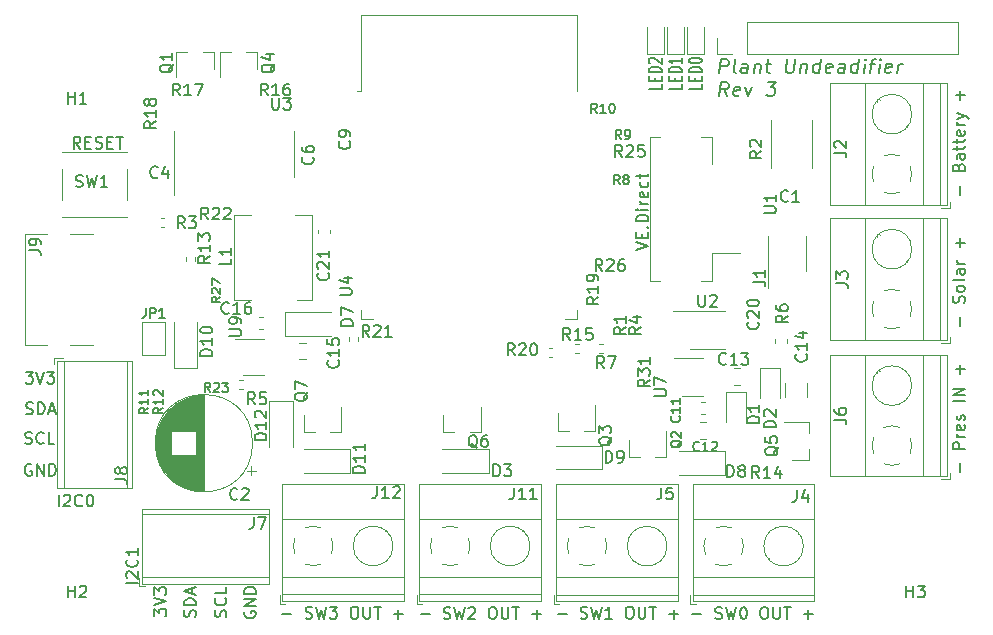
<source format=gto>
G04 #@! TF.GenerationSoftware,KiCad,Pcbnew,(5.1.9)-1*
G04 #@! TF.CreationDate,2021-06-19T22:35:00+01:00*
G04 #@! TF.ProjectId,garden,67617264-656e-42e6-9b69-6361645f7063,rev?*
G04 #@! TF.SameCoordinates,Original*
G04 #@! TF.FileFunction,Legend,Top*
G04 #@! TF.FilePolarity,Positive*
%FSLAX46Y46*%
G04 Gerber Fmt 4.6, Leading zero omitted, Abs format (unit mm)*
G04 Created by KiCad (PCBNEW (5.1.9)-1) date 2021-06-19 22:35:00*
%MOMM*%
%LPD*%
G01*
G04 APERTURE LIST*
%ADD10C,0.150000*%
%ADD11C,0.200000*%
%ADD12C,0.120000*%
G04 APERTURE END LIST*
D10*
X56447619Y-91252380D02*
X56447619Y-90252380D01*
X56876190Y-90347619D02*
X56923809Y-90300000D01*
X57019047Y-90252380D01*
X57257142Y-90252380D01*
X57352380Y-90300000D01*
X57400000Y-90347619D01*
X57447619Y-90442857D01*
X57447619Y-90538095D01*
X57400000Y-90680952D01*
X56828571Y-91252380D01*
X57447619Y-91252380D01*
X58447619Y-91157142D02*
X58400000Y-91204761D01*
X58257142Y-91252380D01*
X58161904Y-91252380D01*
X58019047Y-91204761D01*
X57923809Y-91109523D01*
X57876190Y-91014285D01*
X57828571Y-90823809D01*
X57828571Y-90680952D01*
X57876190Y-90490476D01*
X57923809Y-90395238D01*
X58019047Y-90300000D01*
X58161904Y-90252380D01*
X58257142Y-90252380D01*
X58400000Y-90300000D01*
X58447619Y-90347619D01*
X59066666Y-90252380D02*
X59161904Y-90252380D01*
X59257142Y-90300000D01*
X59304761Y-90347619D01*
X59352380Y-90442857D01*
X59400000Y-90633333D01*
X59400000Y-90871428D01*
X59352380Y-91061904D01*
X59304761Y-91157142D01*
X59257142Y-91204761D01*
X59161904Y-91252380D01*
X59066666Y-91252380D01*
X58971428Y-91204761D01*
X58923809Y-91157142D01*
X58876190Y-91061904D01*
X58828571Y-90871428D01*
X58828571Y-90633333D01*
X58876190Y-90442857D01*
X58923809Y-90347619D01*
X58971428Y-90300000D01*
X59066666Y-90252380D01*
D11*
X110897619Y-55495238D02*
X110897619Y-55876190D01*
X109797619Y-55876190D01*
X110321428Y-55228571D02*
X110321428Y-54961904D01*
X110897619Y-54847619D02*
X110897619Y-55228571D01*
X109797619Y-55228571D01*
X109797619Y-54847619D01*
X110897619Y-54504761D02*
X109797619Y-54504761D01*
X109797619Y-54314285D01*
X109850000Y-54200000D01*
X109954761Y-54123809D01*
X110059523Y-54085714D01*
X110269047Y-54047619D01*
X110426190Y-54047619D01*
X110635714Y-54085714D01*
X110740476Y-54123809D01*
X110845238Y-54200000D01*
X110897619Y-54314285D01*
X110897619Y-54504761D01*
X109797619Y-53552380D02*
X109797619Y-53476190D01*
X109850000Y-53400000D01*
X109902380Y-53361904D01*
X110007142Y-53323809D01*
X110216666Y-53285714D01*
X110478571Y-53285714D01*
X110688095Y-53323809D01*
X110792857Y-53361904D01*
X110845238Y-53400000D01*
X110897619Y-53476190D01*
X110897619Y-53552380D01*
X110845238Y-53628571D01*
X110792857Y-53666666D01*
X110688095Y-53704761D01*
X110478571Y-53742857D01*
X110216666Y-53742857D01*
X110007142Y-53704761D01*
X109902380Y-53666666D01*
X109850000Y-53628571D01*
X109797619Y-53552380D01*
D10*
X75404761Y-100371428D02*
X76166666Y-100371428D01*
X77357142Y-100704761D02*
X77500000Y-100752380D01*
X77738095Y-100752380D01*
X77833333Y-100704761D01*
X77880952Y-100657142D01*
X77928571Y-100561904D01*
X77928571Y-100466666D01*
X77880952Y-100371428D01*
X77833333Y-100323809D01*
X77738095Y-100276190D01*
X77547619Y-100228571D01*
X77452380Y-100180952D01*
X77404761Y-100133333D01*
X77357142Y-100038095D01*
X77357142Y-99942857D01*
X77404761Y-99847619D01*
X77452380Y-99800000D01*
X77547619Y-99752380D01*
X77785714Y-99752380D01*
X77928571Y-99800000D01*
X78261904Y-99752380D02*
X78500000Y-100752380D01*
X78690476Y-100038095D01*
X78880952Y-100752380D01*
X79119047Y-99752380D01*
X79404761Y-99752380D02*
X80023809Y-99752380D01*
X79690476Y-100133333D01*
X79833333Y-100133333D01*
X79928571Y-100180952D01*
X79976190Y-100228571D01*
X80023809Y-100323809D01*
X80023809Y-100561904D01*
X79976190Y-100657142D01*
X79928571Y-100704761D01*
X79833333Y-100752380D01*
X79547619Y-100752380D01*
X79452380Y-100704761D01*
X79404761Y-100657142D01*
X81404761Y-99752380D02*
X81595238Y-99752380D01*
X81690476Y-99800000D01*
X81785714Y-99895238D01*
X81833333Y-100085714D01*
X81833333Y-100419047D01*
X81785714Y-100609523D01*
X81690476Y-100704761D01*
X81595238Y-100752380D01*
X81404761Y-100752380D01*
X81309523Y-100704761D01*
X81214285Y-100609523D01*
X81166666Y-100419047D01*
X81166666Y-100085714D01*
X81214285Y-99895238D01*
X81309523Y-99800000D01*
X81404761Y-99752380D01*
X82261904Y-99752380D02*
X82261904Y-100561904D01*
X82309523Y-100657142D01*
X82357142Y-100704761D01*
X82452380Y-100752380D01*
X82642857Y-100752380D01*
X82738095Y-100704761D01*
X82785714Y-100657142D01*
X82833333Y-100561904D01*
X82833333Y-99752380D01*
X83166666Y-99752380D02*
X83738095Y-99752380D01*
X83452380Y-100752380D02*
X83452380Y-99752380D01*
X84833333Y-100371428D02*
X85595238Y-100371428D01*
X85214285Y-100752380D02*
X85214285Y-99990476D01*
X87104761Y-100401428D02*
X87866666Y-100401428D01*
X89057142Y-100734761D02*
X89200000Y-100782380D01*
X89438095Y-100782380D01*
X89533333Y-100734761D01*
X89580952Y-100687142D01*
X89628571Y-100591904D01*
X89628571Y-100496666D01*
X89580952Y-100401428D01*
X89533333Y-100353809D01*
X89438095Y-100306190D01*
X89247619Y-100258571D01*
X89152380Y-100210952D01*
X89104761Y-100163333D01*
X89057142Y-100068095D01*
X89057142Y-99972857D01*
X89104761Y-99877619D01*
X89152380Y-99830000D01*
X89247619Y-99782380D01*
X89485714Y-99782380D01*
X89628571Y-99830000D01*
X89961904Y-99782380D02*
X90200000Y-100782380D01*
X90390476Y-100068095D01*
X90580952Y-100782380D01*
X90819047Y-99782380D01*
X91152380Y-99877619D02*
X91200000Y-99830000D01*
X91295238Y-99782380D01*
X91533333Y-99782380D01*
X91628571Y-99830000D01*
X91676190Y-99877619D01*
X91723809Y-99972857D01*
X91723809Y-100068095D01*
X91676190Y-100210952D01*
X91104761Y-100782380D01*
X91723809Y-100782380D01*
X93104761Y-99782380D02*
X93295238Y-99782380D01*
X93390476Y-99830000D01*
X93485714Y-99925238D01*
X93533333Y-100115714D01*
X93533333Y-100449047D01*
X93485714Y-100639523D01*
X93390476Y-100734761D01*
X93295238Y-100782380D01*
X93104761Y-100782380D01*
X93009523Y-100734761D01*
X92914285Y-100639523D01*
X92866666Y-100449047D01*
X92866666Y-100115714D01*
X92914285Y-99925238D01*
X93009523Y-99830000D01*
X93104761Y-99782380D01*
X93961904Y-99782380D02*
X93961904Y-100591904D01*
X94009523Y-100687142D01*
X94057142Y-100734761D01*
X94152380Y-100782380D01*
X94342857Y-100782380D01*
X94438095Y-100734761D01*
X94485714Y-100687142D01*
X94533333Y-100591904D01*
X94533333Y-99782380D01*
X94866666Y-99782380D02*
X95438095Y-99782380D01*
X95152380Y-100782380D02*
X95152380Y-99782380D01*
X96533333Y-100401428D02*
X97295238Y-100401428D01*
X96914285Y-100782380D02*
X96914285Y-100020476D01*
X64552380Y-100538095D02*
X64552380Y-99919047D01*
X64933333Y-100252380D01*
X64933333Y-100109523D01*
X64980952Y-100014285D01*
X65028571Y-99966666D01*
X65123809Y-99919047D01*
X65361904Y-99919047D01*
X65457142Y-99966666D01*
X65504761Y-100014285D01*
X65552380Y-100109523D01*
X65552380Y-100395238D01*
X65504761Y-100490476D01*
X65457142Y-100538095D01*
X64552380Y-99633333D02*
X65552380Y-99300000D01*
X64552380Y-98966666D01*
X64552380Y-98728571D02*
X64552380Y-98109523D01*
X64933333Y-98442857D01*
X64933333Y-98300000D01*
X64980952Y-98204761D01*
X65028571Y-98157142D01*
X65123809Y-98109523D01*
X65361904Y-98109523D01*
X65457142Y-98157142D01*
X65504761Y-98204761D01*
X65552380Y-98300000D01*
X65552380Y-98585714D01*
X65504761Y-98680952D01*
X65457142Y-98728571D01*
X53661904Y-79852380D02*
X54280952Y-79852380D01*
X53947619Y-80233333D01*
X54090476Y-80233333D01*
X54185714Y-80280952D01*
X54233333Y-80328571D01*
X54280952Y-80423809D01*
X54280952Y-80661904D01*
X54233333Y-80757142D01*
X54185714Y-80804761D01*
X54090476Y-80852380D01*
X53804761Y-80852380D01*
X53709523Y-80804761D01*
X53661904Y-80757142D01*
X54566666Y-79852380D02*
X54900000Y-80852380D01*
X55233333Y-79852380D01*
X55471428Y-79852380D02*
X56090476Y-79852380D01*
X55757142Y-80233333D01*
X55900000Y-80233333D01*
X55995238Y-80280952D01*
X56042857Y-80328571D01*
X56090476Y-80423809D01*
X56090476Y-80661904D01*
X56042857Y-80757142D01*
X55995238Y-80804761D01*
X55900000Y-80852380D01*
X55614285Y-80852380D01*
X55519047Y-80804761D01*
X55471428Y-80757142D01*
X132786428Y-64856761D02*
X132786428Y-64094857D01*
X132643571Y-62523428D02*
X132691190Y-62380571D01*
X132738809Y-62332952D01*
X132834047Y-62285333D01*
X132976904Y-62285333D01*
X133072142Y-62332952D01*
X133119761Y-62380571D01*
X133167380Y-62475809D01*
X133167380Y-62856761D01*
X132167380Y-62856761D01*
X132167380Y-62523428D01*
X132215000Y-62428190D01*
X132262619Y-62380571D01*
X132357857Y-62332952D01*
X132453095Y-62332952D01*
X132548333Y-62380571D01*
X132595952Y-62428190D01*
X132643571Y-62523428D01*
X132643571Y-62856761D01*
X133167380Y-61428190D02*
X132643571Y-61428190D01*
X132548333Y-61475809D01*
X132500714Y-61571047D01*
X132500714Y-61761523D01*
X132548333Y-61856761D01*
X133119761Y-61428190D02*
X133167380Y-61523428D01*
X133167380Y-61761523D01*
X133119761Y-61856761D01*
X133024523Y-61904380D01*
X132929285Y-61904380D01*
X132834047Y-61856761D01*
X132786428Y-61761523D01*
X132786428Y-61523428D01*
X132738809Y-61428190D01*
X132500714Y-61094857D02*
X132500714Y-60713904D01*
X132167380Y-60952000D02*
X133024523Y-60952000D01*
X133119761Y-60904380D01*
X133167380Y-60809142D01*
X133167380Y-60713904D01*
X132500714Y-60523428D02*
X132500714Y-60142476D01*
X132167380Y-60380571D02*
X133024523Y-60380571D01*
X133119761Y-60332952D01*
X133167380Y-60237714D01*
X133167380Y-60142476D01*
X133119761Y-59428190D02*
X133167380Y-59523428D01*
X133167380Y-59713904D01*
X133119761Y-59809142D01*
X133024523Y-59856761D01*
X132643571Y-59856761D01*
X132548333Y-59809142D01*
X132500714Y-59713904D01*
X132500714Y-59523428D01*
X132548333Y-59428190D01*
X132643571Y-59380571D01*
X132738809Y-59380571D01*
X132834047Y-59856761D01*
X133167380Y-58952000D02*
X132500714Y-58952000D01*
X132691190Y-58952000D02*
X132595952Y-58904380D01*
X132548333Y-58856761D01*
X132500714Y-58761523D01*
X132500714Y-58666285D01*
X132500714Y-58428190D02*
X133167380Y-58190095D01*
X132500714Y-57952000D02*
X133167380Y-58190095D01*
X133405476Y-58285333D01*
X133453095Y-58332952D01*
X133500714Y-58428190D01*
X132786428Y-56809142D02*
X132786428Y-56047238D01*
X133167380Y-56428190D02*
X132405476Y-56428190D01*
X132786428Y-75977285D02*
X132786428Y-75215380D01*
X133119761Y-74024904D02*
X133167380Y-73882047D01*
X133167380Y-73643952D01*
X133119761Y-73548714D01*
X133072142Y-73501095D01*
X132976904Y-73453476D01*
X132881666Y-73453476D01*
X132786428Y-73501095D01*
X132738809Y-73548714D01*
X132691190Y-73643952D01*
X132643571Y-73834428D01*
X132595952Y-73929666D01*
X132548333Y-73977285D01*
X132453095Y-74024904D01*
X132357857Y-74024904D01*
X132262619Y-73977285D01*
X132215000Y-73929666D01*
X132167380Y-73834428D01*
X132167380Y-73596333D01*
X132215000Y-73453476D01*
X133167380Y-72882047D02*
X133119761Y-72977285D01*
X133072142Y-73024904D01*
X132976904Y-73072523D01*
X132691190Y-73072523D01*
X132595952Y-73024904D01*
X132548333Y-72977285D01*
X132500714Y-72882047D01*
X132500714Y-72739190D01*
X132548333Y-72643952D01*
X132595952Y-72596333D01*
X132691190Y-72548714D01*
X132976904Y-72548714D01*
X133072142Y-72596333D01*
X133119761Y-72643952D01*
X133167380Y-72739190D01*
X133167380Y-72882047D01*
X133167380Y-71977285D02*
X133119761Y-72072523D01*
X133024523Y-72120142D01*
X132167380Y-72120142D01*
X133167380Y-71167761D02*
X132643571Y-71167761D01*
X132548333Y-71215380D01*
X132500714Y-71310619D01*
X132500714Y-71501095D01*
X132548333Y-71596333D01*
X133119761Y-71167761D02*
X133167380Y-71263000D01*
X133167380Y-71501095D01*
X133119761Y-71596333D01*
X133024523Y-71643952D01*
X132929285Y-71643952D01*
X132834047Y-71596333D01*
X132786428Y-71501095D01*
X132786428Y-71263000D01*
X132738809Y-71167761D01*
X133167380Y-70691571D02*
X132500714Y-70691571D01*
X132691190Y-70691571D02*
X132595952Y-70643952D01*
X132548333Y-70596333D01*
X132500714Y-70501095D01*
X132500714Y-70405857D01*
X132786428Y-69310619D02*
X132786428Y-68548714D01*
X133167380Y-68929666D02*
X132405476Y-68929666D01*
X58297619Y-60952380D02*
X57964285Y-60476190D01*
X57726190Y-60952380D02*
X57726190Y-59952380D01*
X58107142Y-59952380D01*
X58202380Y-60000000D01*
X58250000Y-60047619D01*
X58297619Y-60142857D01*
X58297619Y-60285714D01*
X58250000Y-60380952D01*
X58202380Y-60428571D01*
X58107142Y-60476190D01*
X57726190Y-60476190D01*
X58726190Y-60428571D02*
X59059523Y-60428571D01*
X59202380Y-60952380D02*
X58726190Y-60952380D01*
X58726190Y-59952380D01*
X59202380Y-59952380D01*
X59583333Y-60904761D02*
X59726190Y-60952380D01*
X59964285Y-60952380D01*
X60059523Y-60904761D01*
X60107142Y-60857142D01*
X60154761Y-60761904D01*
X60154761Y-60666666D01*
X60107142Y-60571428D01*
X60059523Y-60523809D01*
X59964285Y-60476190D01*
X59773809Y-60428571D01*
X59678571Y-60380952D01*
X59630952Y-60333333D01*
X59583333Y-60238095D01*
X59583333Y-60142857D01*
X59630952Y-60047619D01*
X59678571Y-60000000D01*
X59773809Y-59952380D01*
X60011904Y-59952380D01*
X60154761Y-60000000D01*
X60583333Y-60428571D02*
X60916666Y-60428571D01*
X61059523Y-60952380D02*
X60583333Y-60952380D01*
X60583333Y-59952380D01*
X61059523Y-59952380D01*
X61345238Y-59952380D02*
X61916666Y-59952380D01*
X61630952Y-60952380D02*
X61630952Y-59952380D01*
X105370380Y-69508285D02*
X106370380Y-69174952D01*
X105370380Y-68841619D01*
X105846571Y-68508285D02*
X105846571Y-68174952D01*
X106370380Y-68032095D02*
X106370380Y-68508285D01*
X105370380Y-68508285D01*
X105370380Y-68032095D01*
X106275142Y-67603523D02*
X106322761Y-67555904D01*
X106370380Y-67603523D01*
X106322761Y-67651142D01*
X106275142Y-67603523D01*
X106370380Y-67603523D01*
X106370380Y-67127333D02*
X105370380Y-67127333D01*
X105370380Y-66889238D01*
X105418000Y-66746380D01*
X105513238Y-66651142D01*
X105608476Y-66603523D01*
X105798952Y-66555904D01*
X105941809Y-66555904D01*
X106132285Y-66603523D01*
X106227523Y-66651142D01*
X106322761Y-66746380D01*
X106370380Y-66889238D01*
X106370380Y-67127333D01*
X106370380Y-66127333D02*
X105703714Y-66127333D01*
X105370380Y-66127333D02*
X105418000Y-66174952D01*
X105465619Y-66127333D01*
X105418000Y-66079714D01*
X105370380Y-66127333D01*
X105465619Y-66127333D01*
X106370380Y-65651142D02*
X105703714Y-65651142D01*
X105894190Y-65651142D02*
X105798952Y-65603523D01*
X105751333Y-65555904D01*
X105703714Y-65460666D01*
X105703714Y-65365428D01*
X106322761Y-64651142D02*
X106370380Y-64746380D01*
X106370380Y-64936857D01*
X106322761Y-65032095D01*
X106227523Y-65079714D01*
X105846571Y-65079714D01*
X105751333Y-65032095D01*
X105703714Y-64936857D01*
X105703714Y-64746380D01*
X105751333Y-64651142D01*
X105846571Y-64603523D01*
X105941809Y-64603523D01*
X106037047Y-65079714D01*
X106322761Y-63746380D02*
X106370380Y-63841619D01*
X106370380Y-64032095D01*
X106322761Y-64127333D01*
X106275142Y-64174952D01*
X106179904Y-64222571D01*
X105894190Y-64222571D01*
X105798952Y-64174952D01*
X105751333Y-64127333D01*
X105703714Y-64032095D01*
X105703714Y-63841619D01*
X105751333Y-63746380D01*
X105703714Y-63460666D02*
X105703714Y-63079714D01*
X105370380Y-63317809D02*
X106227523Y-63317809D01*
X106322761Y-63270190D01*
X106370380Y-63174952D01*
X106370380Y-63079714D01*
D11*
X107497619Y-55495238D02*
X107497619Y-55876190D01*
X106397619Y-55876190D01*
X106921428Y-55228571D02*
X106921428Y-54961904D01*
X107497619Y-54847619D02*
X107497619Y-55228571D01*
X106397619Y-55228571D01*
X106397619Y-54847619D01*
X107497619Y-54504761D02*
X106397619Y-54504761D01*
X106397619Y-54314285D01*
X106450000Y-54200000D01*
X106554761Y-54123809D01*
X106659523Y-54085714D01*
X106869047Y-54047619D01*
X107026190Y-54047619D01*
X107235714Y-54085714D01*
X107340476Y-54123809D01*
X107445238Y-54200000D01*
X107497619Y-54314285D01*
X107497619Y-54504761D01*
X106502380Y-53742857D02*
X106450000Y-53704761D01*
X106397619Y-53628571D01*
X106397619Y-53438095D01*
X106450000Y-53361904D01*
X106502380Y-53323809D01*
X106607142Y-53285714D01*
X106711904Y-53285714D01*
X106869047Y-53323809D01*
X107497619Y-53780952D01*
X107497619Y-53285714D01*
X109197619Y-55495238D02*
X109197619Y-55876190D01*
X108097619Y-55876190D01*
X108621428Y-55228571D02*
X108621428Y-54961904D01*
X109197619Y-54847619D02*
X109197619Y-55228571D01*
X108097619Y-55228571D01*
X108097619Y-54847619D01*
X109197619Y-54504761D02*
X108097619Y-54504761D01*
X108097619Y-54314285D01*
X108150000Y-54200000D01*
X108254761Y-54123809D01*
X108359523Y-54085714D01*
X108569047Y-54047619D01*
X108726190Y-54047619D01*
X108935714Y-54085714D01*
X109040476Y-54123809D01*
X109145238Y-54200000D01*
X109197619Y-54314285D01*
X109197619Y-54504761D01*
X109197619Y-53285714D02*
X109197619Y-53742857D01*
X109197619Y-53514285D02*
X108097619Y-53514285D01*
X108254761Y-53590476D01*
X108359523Y-53666666D01*
X108411904Y-53742857D01*
D10*
X112390357Y-54567857D02*
X112540357Y-53367857D01*
X112997500Y-53367857D01*
X113104642Y-53425000D01*
X113154642Y-53482142D01*
X113197500Y-53596428D01*
X113176071Y-53767857D01*
X113104642Y-53882142D01*
X113040357Y-53939285D01*
X112918928Y-53996428D01*
X112461785Y-53996428D01*
X113761785Y-54567857D02*
X113654642Y-54510714D01*
X113611785Y-54396428D01*
X113740357Y-53367857D01*
X114733214Y-54567857D02*
X114811785Y-53939285D01*
X114768928Y-53825000D01*
X114661785Y-53767857D01*
X114433214Y-53767857D01*
X114311785Y-53825000D01*
X114740357Y-54510714D02*
X114618928Y-54567857D01*
X114333214Y-54567857D01*
X114226071Y-54510714D01*
X114183214Y-54396428D01*
X114197500Y-54282142D01*
X114268928Y-54167857D01*
X114390357Y-54110714D01*
X114676071Y-54110714D01*
X114797500Y-54053571D01*
X115404642Y-53767857D02*
X115304642Y-54567857D01*
X115390357Y-53882142D02*
X115454642Y-53825000D01*
X115576071Y-53767857D01*
X115747500Y-53767857D01*
X115854642Y-53825000D01*
X115897500Y-53939285D01*
X115818928Y-54567857D01*
X116318928Y-53767857D02*
X116776071Y-53767857D01*
X116540357Y-53367857D02*
X116411785Y-54396428D01*
X116454642Y-54510714D01*
X116561785Y-54567857D01*
X116676071Y-54567857D01*
X118140357Y-53367857D02*
X118018928Y-54339285D01*
X118061785Y-54453571D01*
X118111785Y-54510714D01*
X118218928Y-54567857D01*
X118447500Y-54567857D01*
X118568928Y-54510714D01*
X118633214Y-54453571D01*
X118704642Y-54339285D01*
X118826071Y-53367857D01*
X119347500Y-53767857D02*
X119247500Y-54567857D01*
X119333214Y-53882142D02*
X119397500Y-53825000D01*
X119518928Y-53767857D01*
X119690357Y-53767857D01*
X119797500Y-53825000D01*
X119840357Y-53939285D01*
X119761785Y-54567857D01*
X120847500Y-54567857D02*
X120997500Y-53367857D01*
X120854642Y-54510714D02*
X120733214Y-54567857D01*
X120504642Y-54567857D01*
X120397500Y-54510714D01*
X120347500Y-54453571D01*
X120304642Y-54339285D01*
X120347500Y-53996428D01*
X120418928Y-53882142D01*
X120483214Y-53825000D01*
X120604642Y-53767857D01*
X120833214Y-53767857D01*
X120940357Y-53825000D01*
X121883214Y-54510714D02*
X121761785Y-54567857D01*
X121533214Y-54567857D01*
X121426071Y-54510714D01*
X121383214Y-54396428D01*
X121440357Y-53939285D01*
X121511785Y-53825000D01*
X121633214Y-53767857D01*
X121861785Y-53767857D01*
X121968928Y-53825000D01*
X122011785Y-53939285D01*
X121997500Y-54053571D01*
X121411785Y-54167857D01*
X122961785Y-54567857D02*
X123040357Y-53939285D01*
X122997500Y-53825000D01*
X122890357Y-53767857D01*
X122661785Y-53767857D01*
X122540357Y-53825000D01*
X122968928Y-54510714D02*
X122847500Y-54567857D01*
X122561785Y-54567857D01*
X122454642Y-54510714D01*
X122411785Y-54396428D01*
X122426071Y-54282142D01*
X122497500Y-54167857D01*
X122618928Y-54110714D01*
X122904642Y-54110714D01*
X123026071Y-54053571D01*
X124047500Y-54567857D02*
X124197500Y-53367857D01*
X124054642Y-54510714D02*
X123933214Y-54567857D01*
X123704642Y-54567857D01*
X123597500Y-54510714D01*
X123547500Y-54453571D01*
X123504642Y-54339285D01*
X123547500Y-53996428D01*
X123618928Y-53882142D01*
X123683214Y-53825000D01*
X123804642Y-53767857D01*
X124033214Y-53767857D01*
X124140357Y-53825000D01*
X124618928Y-54567857D02*
X124718928Y-53767857D01*
X124768928Y-53367857D02*
X124704642Y-53425000D01*
X124754642Y-53482142D01*
X124818928Y-53425000D01*
X124768928Y-53367857D01*
X124754642Y-53482142D01*
X125118928Y-53767857D02*
X125576071Y-53767857D01*
X125190357Y-54567857D02*
X125318928Y-53539285D01*
X125390357Y-53425000D01*
X125511785Y-53367857D01*
X125626071Y-53367857D01*
X125876071Y-54567857D02*
X125976071Y-53767857D01*
X126026071Y-53367857D02*
X125961785Y-53425000D01*
X126011785Y-53482142D01*
X126076071Y-53425000D01*
X126026071Y-53367857D01*
X126011785Y-53482142D01*
X126911785Y-54510714D02*
X126790357Y-54567857D01*
X126561785Y-54567857D01*
X126454642Y-54510714D01*
X126411785Y-54396428D01*
X126468928Y-53939285D01*
X126540357Y-53825000D01*
X126661785Y-53767857D01*
X126890357Y-53767857D01*
X126997500Y-53825000D01*
X127040357Y-53939285D01*
X127026071Y-54053571D01*
X126440357Y-54167857D01*
X127476071Y-54567857D02*
X127576071Y-53767857D01*
X127547500Y-53996428D02*
X127618928Y-53882142D01*
X127683214Y-53825000D01*
X127804642Y-53767857D01*
X127918928Y-53767857D01*
X113076071Y-56517857D02*
X112747500Y-55946428D01*
X112390357Y-56517857D02*
X112540357Y-55317857D01*
X112997500Y-55317857D01*
X113104642Y-55375000D01*
X113154642Y-55432142D01*
X113197500Y-55546428D01*
X113176071Y-55717857D01*
X113104642Y-55832142D01*
X113040357Y-55889285D01*
X112918928Y-55946428D01*
X112461785Y-55946428D01*
X114054642Y-56460714D02*
X113933214Y-56517857D01*
X113704642Y-56517857D01*
X113597500Y-56460714D01*
X113554642Y-56346428D01*
X113611785Y-55889285D01*
X113683214Y-55775000D01*
X113804642Y-55717857D01*
X114033214Y-55717857D01*
X114140357Y-55775000D01*
X114183214Y-55889285D01*
X114168928Y-56003571D01*
X113583214Y-56117857D01*
X114604642Y-55717857D02*
X114790357Y-56517857D01*
X115176071Y-55717857D01*
X116483214Y-55317857D02*
X117226071Y-55317857D01*
X116768928Y-55775000D01*
X116940357Y-55775000D01*
X117047500Y-55832142D01*
X117097500Y-55889285D01*
X117140357Y-56003571D01*
X117104642Y-56289285D01*
X117033214Y-56403571D01*
X116968928Y-56460714D01*
X116847500Y-56517857D01*
X116504642Y-56517857D01*
X116397500Y-56460714D01*
X116347500Y-56403571D01*
X72215000Y-100161904D02*
X72167380Y-100257142D01*
X72167380Y-100400000D01*
X72215000Y-100542857D01*
X72310238Y-100638095D01*
X72405476Y-100685714D01*
X72595952Y-100733333D01*
X72738809Y-100733333D01*
X72929285Y-100685714D01*
X73024523Y-100638095D01*
X73119761Y-100542857D01*
X73167380Y-100400000D01*
X73167380Y-100304761D01*
X73119761Y-100161904D01*
X73072142Y-100114285D01*
X72738809Y-100114285D01*
X72738809Y-100304761D01*
X73167380Y-99685714D02*
X72167380Y-99685714D01*
X73167380Y-99114285D01*
X72167380Y-99114285D01*
X73167380Y-98638095D02*
X72167380Y-98638095D01*
X72167380Y-98400000D01*
X72215000Y-98257142D01*
X72310238Y-98161904D01*
X72405476Y-98114285D01*
X72595952Y-98066666D01*
X72738809Y-98066666D01*
X72929285Y-98114285D01*
X73024523Y-98161904D01*
X73119761Y-98257142D01*
X73167380Y-98400000D01*
X73167380Y-98638095D01*
X70604761Y-100590476D02*
X70652380Y-100447619D01*
X70652380Y-100209523D01*
X70604761Y-100114285D01*
X70557142Y-100066666D01*
X70461904Y-100019047D01*
X70366666Y-100019047D01*
X70271428Y-100066666D01*
X70223809Y-100114285D01*
X70176190Y-100209523D01*
X70128571Y-100400000D01*
X70080952Y-100495238D01*
X70033333Y-100542857D01*
X69938095Y-100590476D01*
X69842857Y-100590476D01*
X69747619Y-100542857D01*
X69700000Y-100495238D01*
X69652380Y-100400000D01*
X69652380Y-100161904D01*
X69700000Y-100019047D01*
X70557142Y-99019047D02*
X70604761Y-99066666D01*
X70652380Y-99209523D01*
X70652380Y-99304761D01*
X70604761Y-99447619D01*
X70509523Y-99542857D01*
X70414285Y-99590476D01*
X70223809Y-99638095D01*
X70080952Y-99638095D01*
X69890476Y-99590476D01*
X69795238Y-99542857D01*
X69700000Y-99447619D01*
X69652380Y-99304761D01*
X69652380Y-99209523D01*
X69700000Y-99066666D01*
X69747619Y-99019047D01*
X70652380Y-98114285D02*
X70652380Y-98590476D01*
X69652380Y-98590476D01*
X68004761Y-100614285D02*
X68052380Y-100471428D01*
X68052380Y-100233333D01*
X68004761Y-100138095D01*
X67957142Y-100090476D01*
X67861904Y-100042857D01*
X67766666Y-100042857D01*
X67671428Y-100090476D01*
X67623809Y-100138095D01*
X67576190Y-100233333D01*
X67528571Y-100423809D01*
X67480952Y-100519047D01*
X67433333Y-100566666D01*
X67338095Y-100614285D01*
X67242857Y-100614285D01*
X67147619Y-100566666D01*
X67100000Y-100519047D01*
X67052380Y-100423809D01*
X67052380Y-100185714D01*
X67100000Y-100042857D01*
X68052380Y-99614285D02*
X67052380Y-99614285D01*
X67052380Y-99376190D01*
X67100000Y-99233333D01*
X67195238Y-99138095D01*
X67290476Y-99090476D01*
X67480952Y-99042857D01*
X67623809Y-99042857D01*
X67814285Y-99090476D01*
X67909523Y-99138095D01*
X68004761Y-99233333D01*
X68052380Y-99376190D01*
X68052380Y-99614285D01*
X67766666Y-98661904D02*
X67766666Y-98185714D01*
X68052380Y-98757142D02*
X67052380Y-98423809D01*
X68052380Y-98090476D01*
X54138095Y-87700000D02*
X54042857Y-87652380D01*
X53900000Y-87652380D01*
X53757142Y-87700000D01*
X53661904Y-87795238D01*
X53614285Y-87890476D01*
X53566666Y-88080952D01*
X53566666Y-88223809D01*
X53614285Y-88414285D01*
X53661904Y-88509523D01*
X53757142Y-88604761D01*
X53900000Y-88652380D01*
X53995238Y-88652380D01*
X54138095Y-88604761D01*
X54185714Y-88557142D01*
X54185714Y-88223809D01*
X53995238Y-88223809D01*
X54614285Y-88652380D02*
X54614285Y-87652380D01*
X55185714Y-88652380D01*
X55185714Y-87652380D01*
X55661904Y-88652380D02*
X55661904Y-87652380D01*
X55900000Y-87652380D01*
X56042857Y-87700000D01*
X56138095Y-87795238D01*
X56185714Y-87890476D01*
X56233333Y-88080952D01*
X56233333Y-88223809D01*
X56185714Y-88414285D01*
X56138095Y-88509523D01*
X56042857Y-88604761D01*
X55900000Y-88652380D01*
X55661904Y-88652380D01*
X53609523Y-85904761D02*
X53752380Y-85952380D01*
X53990476Y-85952380D01*
X54085714Y-85904761D01*
X54133333Y-85857142D01*
X54180952Y-85761904D01*
X54180952Y-85666666D01*
X54133333Y-85571428D01*
X54085714Y-85523809D01*
X53990476Y-85476190D01*
X53800000Y-85428571D01*
X53704761Y-85380952D01*
X53657142Y-85333333D01*
X53609523Y-85238095D01*
X53609523Y-85142857D01*
X53657142Y-85047619D01*
X53704761Y-85000000D01*
X53800000Y-84952380D01*
X54038095Y-84952380D01*
X54180952Y-85000000D01*
X55180952Y-85857142D02*
X55133333Y-85904761D01*
X54990476Y-85952380D01*
X54895238Y-85952380D01*
X54752380Y-85904761D01*
X54657142Y-85809523D01*
X54609523Y-85714285D01*
X54561904Y-85523809D01*
X54561904Y-85380952D01*
X54609523Y-85190476D01*
X54657142Y-85095238D01*
X54752380Y-85000000D01*
X54895238Y-84952380D01*
X54990476Y-84952380D01*
X55133333Y-85000000D01*
X55180952Y-85047619D01*
X56085714Y-85952380D02*
X55609523Y-85952380D01*
X55609523Y-84952380D01*
X53685714Y-83404761D02*
X53828571Y-83452380D01*
X54066666Y-83452380D01*
X54161904Y-83404761D01*
X54209523Y-83357142D01*
X54257142Y-83261904D01*
X54257142Y-83166666D01*
X54209523Y-83071428D01*
X54161904Y-83023809D01*
X54066666Y-82976190D01*
X53876190Y-82928571D01*
X53780952Y-82880952D01*
X53733333Y-82833333D01*
X53685714Y-82738095D01*
X53685714Y-82642857D01*
X53733333Y-82547619D01*
X53780952Y-82500000D01*
X53876190Y-82452380D01*
X54114285Y-82452380D01*
X54257142Y-82500000D01*
X54685714Y-83452380D02*
X54685714Y-82452380D01*
X54923809Y-82452380D01*
X55066666Y-82500000D01*
X55161904Y-82595238D01*
X55209523Y-82690476D01*
X55257142Y-82880952D01*
X55257142Y-83023809D01*
X55209523Y-83214285D01*
X55161904Y-83309523D01*
X55066666Y-83404761D01*
X54923809Y-83452380D01*
X54685714Y-83452380D01*
X55638095Y-83166666D02*
X56114285Y-83166666D01*
X55542857Y-83452380D02*
X55876190Y-82452380D01*
X56209523Y-83452380D01*
X63152380Y-97752380D02*
X62152380Y-97752380D01*
X62247619Y-97323809D02*
X62200000Y-97276190D01*
X62152380Y-97180952D01*
X62152380Y-96942857D01*
X62200000Y-96847619D01*
X62247619Y-96800000D01*
X62342857Y-96752380D01*
X62438095Y-96752380D01*
X62580952Y-96800000D01*
X63152380Y-97371428D01*
X63152380Y-96752380D01*
X63057142Y-95752380D02*
X63104761Y-95800000D01*
X63152380Y-95942857D01*
X63152380Y-96038095D01*
X63104761Y-96180952D01*
X63009523Y-96276190D01*
X62914285Y-96323809D01*
X62723809Y-96371428D01*
X62580952Y-96371428D01*
X62390476Y-96323809D01*
X62295238Y-96276190D01*
X62200000Y-96180952D01*
X62152380Y-96038095D01*
X62152380Y-95942857D01*
X62200000Y-95800000D01*
X62247619Y-95752380D01*
X63152380Y-94800000D02*
X63152380Y-95371428D01*
X63152380Y-95085714D02*
X62152380Y-95085714D01*
X62295238Y-95180952D01*
X62390476Y-95276190D01*
X62438095Y-95371428D01*
X132786428Y-88367619D02*
X132786428Y-87605714D01*
X133167380Y-86367619D02*
X132167380Y-86367619D01*
X132167380Y-85986666D01*
X132215000Y-85891428D01*
X132262619Y-85843809D01*
X132357857Y-85796190D01*
X132500714Y-85796190D01*
X132595952Y-85843809D01*
X132643571Y-85891428D01*
X132691190Y-85986666D01*
X132691190Y-86367619D01*
X133167380Y-85367619D02*
X132500714Y-85367619D01*
X132691190Y-85367619D02*
X132595952Y-85320000D01*
X132548333Y-85272380D01*
X132500714Y-85177142D01*
X132500714Y-85081904D01*
X133119761Y-84367619D02*
X133167380Y-84462857D01*
X133167380Y-84653333D01*
X133119761Y-84748571D01*
X133024523Y-84796190D01*
X132643571Y-84796190D01*
X132548333Y-84748571D01*
X132500714Y-84653333D01*
X132500714Y-84462857D01*
X132548333Y-84367619D01*
X132643571Y-84320000D01*
X132738809Y-84320000D01*
X132834047Y-84796190D01*
X133119761Y-83939047D02*
X133167380Y-83843809D01*
X133167380Y-83653333D01*
X133119761Y-83558095D01*
X133024523Y-83510476D01*
X132976904Y-83510476D01*
X132881666Y-83558095D01*
X132834047Y-83653333D01*
X132834047Y-83796190D01*
X132786428Y-83891428D01*
X132691190Y-83939047D01*
X132643571Y-83939047D01*
X132548333Y-83891428D01*
X132500714Y-83796190D01*
X132500714Y-83653333D01*
X132548333Y-83558095D01*
X133167380Y-82320000D02*
X132167380Y-82320000D01*
X133167380Y-81843809D02*
X132167380Y-81843809D01*
X133167380Y-81272380D01*
X132167380Y-81272380D01*
X132786428Y-80034285D02*
X132786428Y-79272380D01*
X133167380Y-79653333D02*
X132405476Y-79653333D01*
X98704761Y-100371428D02*
X99466666Y-100371428D01*
X100657142Y-100704761D02*
X100800000Y-100752380D01*
X101038095Y-100752380D01*
X101133333Y-100704761D01*
X101180952Y-100657142D01*
X101228571Y-100561904D01*
X101228571Y-100466666D01*
X101180952Y-100371428D01*
X101133333Y-100323809D01*
X101038095Y-100276190D01*
X100847619Y-100228571D01*
X100752380Y-100180952D01*
X100704761Y-100133333D01*
X100657142Y-100038095D01*
X100657142Y-99942857D01*
X100704761Y-99847619D01*
X100752380Y-99800000D01*
X100847619Y-99752380D01*
X101085714Y-99752380D01*
X101228571Y-99800000D01*
X101561904Y-99752380D02*
X101800000Y-100752380D01*
X101990476Y-100038095D01*
X102180952Y-100752380D01*
X102419047Y-99752380D01*
X103323809Y-100752380D02*
X102752380Y-100752380D01*
X103038095Y-100752380D02*
X103038095Y-99752380D01*
X102942857Y-99895238D01*
X102847619Y-99990476D01*
X102752380Y-100038095D01*
X104704761Y-99752380D02*
X104895238Y-99752380D01*
X104990476Y-99800000D01*
X105085714Y-99895238D01*
X105133333Y-100085714D01*
X105133333Y-100419047D01*
X105085714Y-100609523D01*
X104990476Y-100704761D01*
X104895238Y-100752380D01*
X104704761Y-100752380D01*
X104609523Y-100704761D01*
X104514285Y-100609523D01*
X104466666Y-100419047D01*
X104466666Y-100085714D01*
X104514285Y-99895238D01*
X104609523Y-99800000D01*
X104704761Y-99752380D01*
X105561904Y-99752380D02*
X105561904Y-100561904D01*
X105609523Y-100657142D01*
X105657142Y-100704761D01*
X105752380Y-100752380D01*
X105942857Y-100752380D01*
X106038095Y-100704761D01*
X106085714Y-100657142D01*
X106133333Y-100561904D01*
X106133333Y-99752380D01*
X106466666Y-99752380D02*
X107038095Y-99752380D01*
X106752380Y-100752380D02*
X106752380Y-99752380D01*
X108133333Y-100371428D02*
X108895238Y-100371428D01*
X108514285Y-100752380D02*
X108514285Y-99990476D01*
X110104761Y-100401428D02*
X110866666Y-100401428D01*
X112057142Y-100734761D02*
X112200000Y-100782380D01*
X112438095Y-100782380D01*
X112533333Y-100734761D01*
X112580952Y-100687142D01*
X112628571Y-100591904D01*
X112628571Y-100496666D01*
X112580952Y-100401428D01*
X112533333Y-100353809D01*
X112438095Y-100306190D01*
X112247619Y-100258571D01*
X112152380Y-100210952D01*
X112104761Y-100163333D01*
X112057142Y-100068095D01*
X112057142Y-99972857D01*
X112104761Y-99877619D01*
X112152380Y-99830000D01*
X112247619Y-99782380D01*
X112485714Y-99782380D01*
X112628571Y-99830000D01*
X112961904Y-99782380D02*
X113200000Y-100782380D01*
X113390476Y-100068095D01*
X113580952Y-100782380D01*
X113819047Y-99782380D01*
X114390476Y-99782380D02*
X114485714Y-99782380D01*
X114580952Y-99830000D01*
X114628571Y-99877619D01*
X114676190Y-99972857D01*
X114723809Y-100163333D01*
X114723809Y-100401428D01*
X114676190Y-100591904D01*
X114628571Y-100687142D01*
X114580952Y-100734761D01*
X114485714Y-100782380D01*
X114390476Y-100782380D01*
X114295238Y-100734761D01*
X114247619Y-100687142D01*
X114200000Y-100591904D01*
X114152380Y-100401428D01*
X114152380Y-100163333D01*
X114200000Y-99972857D01*
X114247619Y-99877619D01*
X114295238Y-99830000D01*
X114390476Y-99782380D01*
X116104761Y-99782380D02*
X116295238Y-99782380D01*
X116390476Y-99830000D01*
X116485714Y-99925238D01*
X116533333Y-100115714D01*
X116533333Y-100449047D01*
X116485714Y-100639523D01*
X116390476Y-100734761D01*
X116295238Y-100782380D01*
X116104761Y-100782380D01*
X116009523Y-100734761D01*
X115914285Y-100639523D01*
X115866666Y-100449047D01*
X115866666Y-100115714D01*
X115914285Y-99925238D01*
X116009523Y-99830000D01*
X116104761Y-99782380D01*
X116961904Y-99782380D02*
X116961904Y-100591904D01*
X117009523Y-100687142D01*
X117057142Y-100734761D01*
X117152380Y-100782380D01*
X117342857Y-100782380D01*
X117438095Y-100734761D01*
X117485714Y-100687142D01*
X117533333Y-100591904D01*
X117533333Y-99782380D01*
X117866666Y-99782380D02*
X118438095Y-99782380D01*
X118152380Y-100782380D02*
X118152380Y-99782380D01*
X119533333Y-100401428D02*
X120295238Y-100401428D01*
X119914285Y-100782380D02*
X119914285Y-100020476D01*
D12*
X109435000Y-52985000D02*
X109435000Y-50700000D01*
X107965000Y-52985000D02*
X109435000Y-52985000D01*
X107965000Y-50700000D02*
X107965000Y-52985000D01*
X112170000Y-52930000D02*
X112170000Y-51600000D01*
X113500000Y-52930000D02*
X112170000Y-52930000D01*
X114770000Y-52930000D02*
X114770000Y-50270000D01*
X114770000Y-50270000D02*
X132610000Y-50270000D01*
X114770000Y-52930000D02*
X132610000Y-52930000D01*
X132610000Y-52930000D02*
X132610000Y-50270000D01*
X82066000Y-56087000D02*
X81686000Y-56087000D01*
X82066000Y-49667000D02*
X82066000Y-56087000D01*
X100306000Y-49667000D02*
X100306000Y-56087000D01*
X82066000Y-49667000D02*
X100306000Y-49667000D01*
X100306000Y-75412000D02*
X99306000Y-75412000D01*
X100306000Y-74632000D02*
X100306000Y-75412000D01*
X82066000Y-75412000D02*
X83066000Y-75412000D01*
X82066000Y-74632000D02*
X82066000Y-75412000D01*
X72759698Y-88615000D02*
X72759698Y-87815000D01*
X73159698Y-88215000D02*
X72359698Y-88215000D01*
X64669000Y-86433000D02*
X64669000Y-85367000D01*
X64709000Y-86668000D02*
X64709000Y-85132000D01*
X64749000Y-86848000D02*
X64749000Y-84952000D01*
X64789000Y-86998000D02*
X64789000Y-84802000D01*
X64829000Y-87129000D02*
X64829000Y-84671000D01*
X64869000Y-87246000D02*
X64869000Y-84554000D01*
X64909000Y-87353000D02*
X64909000Y-84447000D01*
X64949000Y-87452000D02*
X64949000Y-84348000D01*
X64989000Y-87545000D02*
X64989000Y-84255000D01*
X65029000Y-87631000D02*
X65029000Y-84169000D01*
X65069000Y-87713000D02*
X65069000Y-84087000D01*
X65109000Y-87790000D02*
X65109000Y-84010000D01*
X65149000Y-87864000D02*
X65149000Y-83936000D01*
X65189000Y-87934000D02*
X65189000Y-83866000D01*
X65229000Y-88002000D02*
X65229000Y-83798000D01*
X65269000Y-88066000D02*
X65269000Y-83734000D01*
X65309000Y-88128000D02*
X65309000Y-83672000D01*
X65349000Y-88187000D02*
X65349000Y-83613000D01*
X65389000Y-88245000D02*
X65389000Y-83555000D01*
X65429000Y-88300000D02*
X65429000Y-83500000D01*
X65469000Y-88354000D02*
X65469000Y-83446000D01*
X65509000Y-88405000D02*
X65509000Y-83395000D01*
X65549000Y-88456000D02*
X65549000Y-83344000D01*
X65589000Y-88504000D02*
X65589000Y-83296000D01*
X65629000Y-88551000D02*
X65629000Y-83249000D01*
X65669000Y-88597000D02*
X65669000Y-83203000D01*
X65709000Y-88641000D02*
X65709000Y-83159000D01*
X65749000Y-88684000D02*
X65749000Y-83116000D01*
X65789000Y-88726000D02*
X65789000Y-83074000D01*
X65829000Y-88767000D02*
X65829000Y-83033000D01*
X65869000Y-88807000D02*
X65869000Y-82993000D01*
X65909000Y-88845000D02*
X65909000Y-82955000D01*
X65949000Y-88883000D02*
X65949000Y-82917000D01*
X65989000Y-84860000D02*
X65989000Y-82881000D01*
X65989000Y-88919000D02*
X65989000Y-86940000D01*
X66029000Y-84860000D02*
X66029000Y-82845000D01*
X66029000Y-88955000D02*
X66029000Y-86940000D01*
X66069000Y-84860000D02*
X66069000Y-82810000D01*
X66069000Y-88990000D02*
X66069000Y-86940000D01*
X66109000Y-84860000D02*
X66109000Y-82776000D01*
X66109000Y-89024000D02*
X66109000Y-86940000D01*
X66149000Y-84860000D02*
X66149000Y-82744000D01*
X66149000Y-89056000D02*
X66149000Y-86940000D01*
X66189000Y-84860000D02*
X66189000Y-82711000D01*
X66189000Y-89089000D02*
X66189000Y-86940000D01*
X66229000Y-84860000D02*
X66229000Y-82680000D01*
X66229000Y-89120000D02*
X66229000Y-86940000D01*
X66269000Y-84860000D02*
X66269000Y-82650000D01*
X66269000Y-89150000D02*
X66269000Y-86940000D01*
X66309000Y-84860000D02*
X66309000Y-82620000D01*
X66309000Y-89180000D02*
X66309000Y-86940000D01*
X66349000Y-84860000D02*
X66349000Y-82591000D01*
X66349000Y-89209000D02*
X66349000Y-86940000D01*
X66389000Y-84860000D02*
X66389000Y-82562000D01*
X66389000Y-89238000D02*
X66389000Y-86940000D01*
X66429000Y-84860000D02*
X66429000Y-82535000D01*
X66429000Y-89265000D02*
X66429000Y-86940000D01*
X66469000Y-84860000D02*
X66469000Y-82508000D01*
X66469000Y-89292000D02*
X66469000Y-86940000D01*
X66509000Y-84860000D02*
X66509000Y-82482000D01*
X66509000Y-89318000D02*
X66509000Y-86940000D01*
X66549000Y-84860000D02*
X66549000Y-82456000D01*
X66549000Y-89344000D02*
X66549000Y-86940000D01*
X66589000Y-84860000D02*
X66589000Y-82431000D01*
X66589000Y-89369000D02*
X66589000Y-86940000D01*
X66629000Y-84860000D02*
X66629000Y-82407000D01*
X66629000Y-89393000D02*
X66629000Y-86940000D01*
X66669000Y-84860000D02*
X66669000Y-82383000D01*
X66669000Y-89417000D02*
X66669000Y-86940000D01*
X66709000Y-84860000D02*
X66709000Y-82360000D01*
X66709000Y-89440000D02*
X66709000Y-86940000D01*
X66749000Y-84860000D02*
X66749000Y-82338000D01*
X66749000Y-89462000D02*
X66749000Y-86940000D01*
X66789000Y-84860000D02*
X66789000Y-82316000D01*
X66789000Y-89484000D02*
X66789000Y-86940000D01*
X66829000Y-84860000D02*
X66829000Y-82294000D01*
X66829000Y-89506000D02*
X66829000Y-86940000D01*
X66869000Y-84860000D02*
X66869000Y-82273000D01*
X66869000Y-89527000D02*
X66869000Y-86940000D01*
X66909000Y-84860000D02*
X66909000Y-82253000D01*
X66909000Y-89547000D02*
X66909000Y-86940000D01*
X66949000Y-84860000D02*
X66949000Y-82234000D01*
X66949000Y-89566000D02*
X66949000Y-86940000D01*
X66989000Y-84860000D02*
X66989000Y-82214000D01*
X66989000Y-89586000D02*
X66989000Y-86940000D01*
X67029000Y-84860000D02*
X67029000Y-82196000D01*
X67029000Y-89604000D02*
X67029000Y-86940000D01*
X67069000Y-84860000D02*
X67069000Y-82178000D01*
X67069000Y-89622000D02*
X67069000Y-86940000D01*
X67109000Y-84860000D02*
X67109000Y-82160000D01*
X67109000Y-89640000D02*
X67109000Y-86940000D01*
X67149000Y-84860000D02*
X67149000Y-82143000D01*
X67149000Y-89657000D02*
X67149000Y-86940000D01*
X67189000Y-84860000D02*
X67189000Y-82126000D01*
X67189000Y-89674000D02*
X67189000Y-86940000D01*
X67229000Y-84860000D02*
X67229000Y-82110000D01*
X67229000Y-89690000D02*
X67229000Y-86940000D01*
X67269000Y-84860000D02*
X67269000Y-82095000D01*
X67269000Y-89705000D02*
X67269000Y-86940000D01*
X67309000Y-84860000D02*
X67309000Y-82079000D01*
X67309000Y-89721000D02*
X67309000Y-86940000D01*
X67349000Y-84860000D02*
X67349000Y-82065000D01*
X67349000Y-89735000D02*
X67349000Y-86940000D01*
X67389000Y-84860000D02*
X67389000Y-82050000D01*
X67389000Y-89750000D02*
X67389000Y-86940000D01*
X67429000Y-84860000D02*
X67429000Y-82037000D01*
X67429000Y-89763000D02*
X67429000Y-86940000D01*
X67469000Y-84860000D02*
X67469000Y-82023000D01*
X67469000Y-89777000D02*
X67469000Y-86940000D01*
X67509000Y-84860000D02*
X67509000Y-82011000D01*
X67509000Y-89789000D02*
X67509000Y-86940000D01*
X67549000Y-84860000D02*
X67549000Y-81998000D01*
X67549000Y-89802000D02*
X67549000Y-86940000D01*
X67589000Y-84860000D02*
X67589000Y-81986000D01*
X67589000Y-89814000D02*
X67589000Y-86940000D01*
X67629000Y-84860000D02*
X67629000Y-81975000D01*
X67629000Y-89825000D02*
X67629000Y-86940000D01*
X67669000Y-84860000D02*
X67669000Y-81964000D01*
X67669000Y-89836000D02*
X67669000Y-86940000D01*
X67709000Y-84860000D02*
X67709000Y-81953000D01*
X67709000Y-89847000D02*
X67709000Y-86940000D01*
X67749000Y-84860000D02*
X67749000Y-81943000D01*
X67749000Y-89857000D02*
X67749000Y-86940000D01*
X67789000Y-84860000D02*
X67789000Y-81933000D01*
X67789000Y-89867000D02*
X67789000Y-86940000D01*
X67829000Y-84860000D02*
X67829000Y-81924000D01*
X67829000Y-89876000D02*
X67829000Y-86940000D01*
X67869000Y-84860000D02*
X67869000Y-81915000D01*
X67869000Y-89885000D02*
X67869000Y-86940000D01*
X67909000Y-84860000D02*
X67909000Y-81906000D01*
X67909000Y-89894000D02*
X67909000Y-86940000D01*
X67949000Y-84860000D02*
X67949000Y-81898000D01*
X67949000Y-89902000D02*
X67949000Y-86940000D01*
X67989000Y-84860000D02*
X67989000Y-81890000D01*
X67989000Y-89910000D02*
X67989000Y-86940000D01*
X68029000Y-84860000D02*
X68029000Y-81883000D01*
X68029000Y-89917000D02*
X68029000Y-86940000D01*
X68070000Y-89924000D02*
X68070000Y-81876000D01*
X68110000Y-89930000D02*
X68110000Y-81870000D01*
X68150000Y-89937000D02*
X68150000Y-81863000D01*
X68190000Y-89942000D02*
X68190000Y-81858000D01*
X68230000Y-89948000D02*
X68230000Y-81852000D01*
X68270000Y-89952000D02*
X68270000Y-81848000D01*
X68310000Y-89957000D02*
X68310000Y-81843000D01*
X68350000Y-89961000D02*
X68350000Y-81839000D01*
X68390000Y-89965000D02*
X68390000Y-81835000D01*
X68430000Y-89968000D02*
X68430000Y-81832000D01*
X68470000Y-89971000D02*
X68470000Y-81829000D01*
X68510000Y-89974000D02*
X68510000Y-81826000D01*
X68550000Y-89976000D02*
X68550000Y-81824000D01*
X68590000Y-89977000D02*
X68590000Y-81823000D01*
X68630000Y-89979000D02*
X68630000Y-81821000D01*
X68670000Y-89980000D02*
X68670000Y-81820000D01*
X68710000Y-89980000D02*
X68710000Y-81820000D01*
X68750000Y-89980000D02*
X68750000Y-81820000D01*
X72870000Y-85900000D02*
G75*
G03*
X72870000Y-85900000I-4120000J0D01*
G01*
X76841422Y-78810000D02*
X77358578Y-78810000D01*
X76841422Y-77390000D02*
X77358578Y-77390000D01*
X73437221Y-76260000D02*
X73762779Y-76260000D01*
X73437221Y-75240000D02*
X73762779Y-75240000D01*
X73830000Y-77040000D02*
X71400000Y-77040000D01*
X72070000Y-80110000D02*
X73830000Y-80110000D01*
X71746359Y-81330000D02*
X72053641Y-81330000D01*
X71746359Y-80570000D02*
X72053641Y-80570000D01*
X66200000Y-79550000D02*
X66200000Y-75650000D01*
X68200000Y-79550000D02*
X68200000Y-75650000D01*
X66200000Y-79550000D02*
X68200000Y-79550000D01*
X76300000Y-82350000D02*
X76300000Y-86250000D01*
X74300000Y-82350000D02*
X74300000Y-86250000D01*
X76300000Y-82350000D02*
X74300000Y-82350000D01*
X75650000Y-74800000D02*
X79550000Y-74800000D01*
X75650000Y-76800000D02*
X79550000Y-76800000D01*
X75650000Y-74800000D02*
X75650000Y-76800000D01*
X65500000Y-75600000D02*
X65500000Y-78400000D01*
X65500000Y-78400000D02*
X63500000Y-78400000D01*
X63500000Y-78400000D02*
X63500000Y-75600000D01*
X63500000Y-75600000D02*
X65500000Y-75600000D01*
X55500000Y-68198000D02*
X53600000Y-68198000D01*
X59400000Y-68198000D02*
X57400000Y-68198000D01*
X55500000Y-77598000D02*
X53600000Y-77598000D01*
X59400000Y-77598000D02*
X57400000Y-77598000D01*
X53600000Y-68198000D02*
X53600000Y-77598000D01*
X77800000Y-73750000D02*
X76600000Y-73750000D01*
X77900000Y-66550000D02*
X76500000Y-66550000D01*
X77900000Y-73750000D02*
X77900000Y-66550000D01*
X71300000Y-73750000D02*
X72700000Y-73750000D01*
X71300000Y-66550000D02*
X72700000Y-66550000D01*
X71300000Y-73750000D02*
X71300000Y-66550000D01*
X78390000Y-67809420D02*
X78390000Y-68090580D01*
X79410000Y-67809420D02*
X79410000Y-68090580D01*
X98704000Y-84832000D02*
X99634000Y-84832000D01*
X101864000Y-84832000D02*
X100934000Y-84832000D01*
X101864000Y-84832000D02*
X101864000Y-82672000D01*
X98704000Y-84832000D02*
X98704000Y-83372000D01*
X81020000Y-76946359D02*
X81020000Y-77253641D01*
X81780000Y-76946359D02*
X81780000Y-77253641D01*
X98253641Y-77820000D02*
X97946359Y-77820000D01*
X98253641Y-78580000D02*
X97946359Y-78580000D01*
X77220000Y-84960000D02*
X77220000Y-83500000D01*
X80380000Y-84960000D02*
X80380000Y-82800000D01*
X80380000Y-84960000D02*
X79450000Y-84960000D01*
X77220000Y-84960000D02*
X78150000Y-84960000D01*
X89020000Y-84960000D02*
X89020000Y-83500000D01*
X92180000Y-84960000D02*
X92180000Y-82800000D01*
X92180000Y-84960000D02*
X91250000Y-84960000D01*
X89020000Y-84960000D02*
X89950000Y-84960000D01*
X75160000Y-99500000D02*
X75660000Y-99500000D01*
X75160000Y-98760000D02*
X75160000Y-99500000D01*
X81853000Y-95623000D02*
X81806000Y-95669000D01*
X84150000Y-93325000D02*
X84115000Y-93361000D01*
X82046000Y-95839000D02*
X82011000Y-95874000D01*
X84355000Y-93531000D02*
X84308000Y-93577000D01*
X85680000Y-89339000D02*
X85680000Y-99260000D01*
X75400000Y-89339000D02*
X75400000Y-99260000D01*
X75400000Y-99260000D02*
X85680000Y-99260000D01*
X75400000Y-89339000D02*
X85680000Y-89339000D01*
X75400000Y-92299000D02*
X85680000Y-92299000D01*
X75400000Y-97200000D02*
X85680000Y-97200000D01*
X75400000Y-98700000D02*
X85680000Y-98700000D01*
X84760000Y-94600000D02*
G75*
G03*
X84760000Y-94600000I-1680000J0D01*
G01*
X78028805Y-96280253D02*
G75*
G02*
X77316000Y-96135000I-28805J1680253D01*
G01*
X76464574Y-95283042D02*
G75*
G02*
X76465000Y-93916000I1535426J683042D01*
G01*
X77316958Y-93064574D02*
G75*
G02*
X78684000Y-93065000I683042J-1535426D01*
G01*
X79535426Y-93916958D02*
G75*
G02*
X79535000Y-95284000I-1535426J-683042D01*
G01*
X78683318Y-96134756D02*
G75*
G02*
X78000000Y-96280000I-683318J1534756D01*
G01*
X86760000Y-99500000D02*
X87260000Y-99500000D01*
X86760000Y-98760000D02*
X86760000Y-99500000D01*
X93453000Y-95623000D02*
X93406000Y-95669000D01*
X95750000Y-93325000D02*
X95715000Y-93361000D01*
X93646000Y-95839000D02*
X93611000Y-95874000D01*
X95955000Y-93531000D02*
X95908000Y-93577000D01*
X97280000Y-89339000D02*
X97280000Y-99260000D01*
X87000000Y-89339000D02*
X87000000Y-99260000D01*
X87000000Y-99260000D02*
X97280000Y-99260000D01*
X87000000Y-89339000D02*
X97280000Y-89339000D01*
X87000000Y-92299000D02*
X97280000Y-92299000D01*
X87000000Y-97200000D02*
X97280000Y-97200000D01*
X87000000Y-98700000D02*
X97280000Y-98700000D01*
X96360000Y-94600000D02*
G75*
G03*
X96360000Y-94600000I-1680000J0D01*
G01*
X89628805Y-96280253D02*
G75*
G02*
X88916000Y-96135000I-28805J1680253D01*
G01*
X88064574Y-95283042D02*
G75*
G02*
X88065000Y-93916000I1535426J683042D01*
G01*
X88916958Y-93064574D02*
G75*
G02*
X90284000Y-93065000I683042J-1535426D01*
G01*
X91135426Y-93916958D02*
G75*
G02*
X91135000Y-95284000I-1535426J-683042D01*
G01*
X90283318Y-96134756D02*
G75*
G02*
X89600000Y-96280000I-683318J1534756D01*
G01*
X81150000Y-88400000D02*
X77250000Y-88400000D01*
X81150000Y-86400000D02*
X77250000Y-86400000D01*
X81150000Y-88400000D02*
X81150000Y-86400000D01*
X92850000Y-88400000D02*
X88950000Y-88400000D01*
X92850000Y-86400000D02*
X88950000Y-86400000D01*
X92850000Y-88400000D02*
X92850000Y-86400000D01*
X102246359Y-77520000D02*
X102553641Y-77520000D01*
X102246359Y-78280000D02*
X102553641Y-78280000D01*
X104720000Y-87060000D02*
X105650000Y-87060000D01*
X107880000Y-87060000D02*
X106950000Y-87060000D01*
X107880000Y-87060000D02*
X107880000Y-84900000D01*
X104720000Y-87060000D02*
X104720000Y-85600000D01*
X100483641Y-78231000D02*
X100176359Y-78231000D01*
X100483641Y-77471000D02*
X100176359Y-77471000D01*
X114177578Y-79554000D02*
X113660422Y-79554000D01*
X114177578Y-80974000D02*
X113660422Y-80974000D01*
X120013000Y-87305000D02*
X120013000Y-86375000D01*
X120013000Y-84145000D02*
X120013000Y-85075000D01*
X120013000Y-84145000D02*
X117853000Y-84145000D01*
X120013000Y-87305000D02*
X118553000Y-87305000D01*
X128680000Y-58039000D02*
G75*
G03*
X128680000Y-58039000I-1680000J0D01*
G01*
X131100000Y-65719000D02*
X131100000Y-55439000D01*
X129600000Y-65719000D02*
X129600000Y-55439000D01*
X124699000Y-65719000D02*
X124699000Y-55439000D01*
X121739000Y-65719000D02*
X121739000Y-55439000D01*
X131660000Y-65719000D02*
X131660000Y-55439000D01*
X121739000Y-65719000D02*
X131660000Y-65719000D01*
X121739000Y-55439000D02*
X131660000Y-55439000D01*
X125931000Y-56764000D02*
X125977000Y-56811000D01*
X128239000Y-59073000D02*
X128274000Y-59108000D01*
X125725000Y-56969000D02*
X125761000Y-57004000D01*
X128023000Y-59266000D02*
X128069000Y-59313000D01*
X131160000Y-65959000D02*
X131900000Y-65959000D01*
X131900000Y-65959000D02*
X131900000Y-65459000D01*
X128680253Y-63090195D02*
G75*
G02*
X128535000Y-63803000I-1680253J-28805D01*
G01*
X127683042Y-64654426D02*
G75*
G02*
X126316000Y-64654000I-683042J1535426D01*
G01*
X125464574Y-63802042D02*
G75*
G02*
X125465000Y-62435000I1535426J683042D01*
G01*
X126316958Y-61583574D02*
G75*
G02*
X127684000Y-61584000I683042J-1535426D01*
G01*
X128534756Y-62435682D02*
G75*
G02*
X128680000Y-63119000I-1534756J-683318D01*
G01*
X128680000Y-81026000D02*
G75*
G03*
X128680000Y-81026000I-1680000J0D01*
G01*
X131100000Y-88706000D02*
X131100000Y-78426000D01*
X129600000Y-88706000D02*
X129600000Y-78426000D01*
X124699000Y-88706000D02*
X124699000Y-78426000D01*
X121739000Y-88706000D02*
X121739000Y-78426000D01*
X131660000Y-88706000D02*
X131660000Y-78426000D01*
X121739000Y-88706000D02*
X131660000Y-88706000D01*
X121739000Y-78426000D02*
X131660000Y-78426000D01*
X125931000Y-79751000D02*
X125977000Y-79798000D01*
X128239000Y-82060000D02*
X128274000Y-82095000D01*
X125725000Y-79956000D02*
X125761000Y-79991000D01*
X128023000Y-82253000D02*
X128069000Y-82300000D01*
X131160000Y-88946000D02*
X131900000Y-88946000D01*
X131900000Y-88946000D02*
X131900000Y-88446000D01*
X128680253Y-86077195D02*
G75*
G02*
X128535000Y-86790000I-1680253J-28805D01*
G01*
X127683042Y-87641426D02*
G75*
G02*
X126316000Y-87641000I-683042J1535426D01*
G01*
X125464574Y-86789042D02*
G75*
G02*
X125465000Y-85422000I1535426J683042D01*
G01*
X126316958Y-84570574D02*
G75*
G02*
X127684000Y-84571000I683042J-1535426D01*
G01*
X128534756Y-85422682D02*
G75*
G02*
X128680000Y-86106000I-1534756J-683318D01*
G01*
X107955000Y-94615000D02*
G75*
G03*
X107955000Y-94615000I-1680000J0D01*
G01*
X98595000Y-98715000D02*
X108875000Y-98715000D01*
X98595000Y-97215000D02*
X108875000Y-97215000D01*
X98595000Y-92314000D02*
X108875000Y-92314000D01*
X98595000Y-89354000D02*
X108875000Y-89354000D01*
X98595000Y-99275000D02*
X108875000Y-99275000D01*
X98595000Y-89354000D02*
X98595000Y-99275000D01*
X108875000Y-89354000D02*
X108875000Y-99275000D01*
X107550000Y-93546000D02*
X107503000Y-93592000D01*
X105241000Y-95854000D02*
X105206000Y-95889000D01*
X107345000Y-93340000D02*
X107310000Y-93376000D01*
X105048000Y-95638000D02*
X105001000Y-95684000D01*
X98355000Y-98775000D02*
X98355000Y-99515000D01*
X98355000Y-99515000D02*
X98855000Y-99515000D01*
X101223805Y-96295253D02*
G75*
G02*
X100511000Y-96150000I-28805J1680253D01*
G01*
X99659574Y-95298042D02*
G75*
G02*
X99660000Y-93931000I1535426J683042D01*
G01*
X100511958Y-93079574D02*
G75*
G02*
X101879000Y-93080000I683042J-1535426D01*
G01*
X102730426Y-93931958D02*
G75*
G02*
X102730000Y-95299000I-1535426J-683042D01*
G01*
X101878318Y-96149756D02*
G75*
G02*
X101195000Y-96295000I-683318J1534756D01*
G01*
X119512000Y-94615000D02*
G75*
G03*
X119512000Y-94615000I-1680000J0D01*
G01*
X110152000Y-98715000D02*
X120432000Y-98715000D01*
X110152000Y-97215000D02*
X120432000Y-97215000D01*
X110152000Y-92314000D02*
X120432000Y-92314000D01*
X110152000Y-89354000D02*
X120432000Y-89354000D01*
X110152000Y-99275000D02*
X120432000Y-99275000D01*
X110152000Y-89354000D02*
X110152000Y-99275000D01*
X120432000Y-89354000D02*
X120432000Y-99275000D01*
X119107000Y-93546000D02*
X119060000Y-93592000D01*
X116798000Y-95854000D02*
X116763000Y-95889000D01*
X118902000Y-93340000D02*
X118867000Y-93376000D01*
X116605000Y-95638000D02*
X116558000Y-95684000D01*
X109912000Y-98775000D02*
X109912000Y-99515000D01*
X109912000Y-99515000D02*
X110412000Y-99515000D01*
X112780805Y-96295253D02*
G75*
G02*
X112068000Y-96150000I-28805J1680253D01*
G01*
X111216574Y-95298042D02*
G75*
G02*
X111217000Y-93931000I1535426J683042D01*
G01*
X112068958Y-93079574D02*
G75*
G02*
X113436000Y-93080000I683042J-1535426D01*
G01*
X114287426Y-93931958D02*
G75*
G02*
X114287000Y-95299000I-1535426J-683042D01*
G01*
X113435318Y-96149756D02*
G75*
G02*
X112752000Y-96295000I-683318J1534756D01*
G01*
X128680000Y-69469000D02*
G75*
G03*
X128680000Y-69469000I-1680000J0D01*
G01*
X131100000Y-77149000D02*
X131100000Y-66869000D01*
X129600000Y-77149000D02*
X129600000Y-66869000D01*
X124699000Y-77149000D02*
X124699000Y-66869000D01*
X121739000Y-77149000D02*
X121739000Y-66869000D01*
X131660000Y-77149000D02*
X131660000Y-66869000D01*
X121739000Y-77149000D02*
X131660000Y-77149000D01*
X121739000Y-66869000D02*
X131660000Y-66869000D01*
X125931000Y-68194000D02*
X125977000Y-68241000D01*
X128239000Y-70503000D02*
X128274000Y-70538000D01*
X125725000Y-68399000D02*
X125761000Y-68434000D01*
X128023000Y-70696000D02*
X128069000Y-70743000D01*
X131160000Y-77389000D02*
X131900000Y-77389000D01*
X131900000Y-77389000D02*
X131900000Y-76889000D01*
X128680253Y-74520195D02*
G75*
G02*
X128535000Y-75233000I-1680253J-28805D01*
G01*
X127683042Y-76084426D02*
G75*
G02*
X126316000Y-76084000I-683042J1535426D01*
G01*
X125464574Y-75232042D02*
G75*
G02*
X125465000Y-73865000I1535426J683042D01*
G01*
X126316958Y-73013574D02*
G75*
G02*
X127684000Y-73014000I683042J-1535426D01*
G01*
X128534756Y-73865682D02*
G75*
G02*
X128680000Y-74549000I-1534756J-683318D01*
G01*
X67980000Y-70146359D02*
X67980000Y-70453641D01*
X67220000Y-70146359D02*
X67220000Y-70453641D01*
X65096359Y-66870000D02*
X65403641Y-66870000D01*
X65096359Y-67630000D02*
X65403641Y-67630000D01*
X76360000Y-61400000D02*
X76360000Y-59450000D01*
X76360000Y-61400000D02*
X76360000Y-63350000D01*
X66240000Y-61400000D02*
X66240000Y-59450000D01*
X66240000Y-61400000D02*
X66240000Y-64850000D01*
X111379000Y-74717000D02*
X108454000Y-74717000D01*
X111379000Y-74717000D02*
X112879000Y-74717000D01*
X111379000Y-77937000D02*
X109879000Y-77937000D01*
X111379000Y-77937000D02*
X112879000Y-77937000D01*
X120201000Y-62631064D02*
X120201000Y-58526936D01*
X116781000Y-62631064D02*
X116781000Y-58526936D01*
X116500000Y-69850000D02*
X116500000Y-72775000D01*
X116500000Y-69850000D02*
X116500000Y-68350000D01*
X119720000Y-69850000D02*
X119720000Y-71350000D01*
X119720000Y-69850000D02*
X119720000Y-68350000D01*
X106511000Y-59955000D02*
X107361000Y-59955000D01*
X106511000Y-72125000D02*
X106511000Y-59955000D01*
X107361000Y-72125000D02*
X106511000Y-72125000D01*
X111731000Y-59955000D02*
X111731000Y-62280000D01*
X110881000Y-59955000D02*
X111731000Y-59955000D01*
X111731000Y-69800000D02*
X114121000Y-69800000D01*
X111731000Y-72125000D02*
X111731000Y-69800000D01*
X110881000Y-72125000D02*
X111731000Y-72125000D01*
X111135000Y-52985000D02*
X111135000Y-50700000D01*
X109665000Y-52985000D02*
X111135000Y-52985000D01*
X109665000Y-50700000D02*
X109665000Y-52985000D01*
X107735000Y-52985000D02*
X107735000Y-50700000D01*
X106265000Y-52985000D02*
X107735000Y-52985000D01*
X106265000Y-50700000D02*
X106265000Y-52985000D01*
X117092000Y-77053221D02*
X117092000Y-77378779D01*
X118112000Y-77053221D02*
X118112000Y-77378779D01*
X110835221Y-83441000D02*
X111160779Y-83441000D01*
X110835221Y-82421000D02*
X111160779Y-82421000D01*
X117962000Y-80804936D02*
X117962000Y-82009064D01*
X119782000Y-80804936D02*
X119782000Y-82009064D01*
X110739422Y-85546000D02*
X111256578Y-85546000D01*
X110739422Y-84126000D02*
X111256578Y-84126000D01*
X111009000Y-78654000D02*
X108559000Y-78654000D01*
X109209000Y-81874000D02*
X111009000Y-81874000D01*
X117563000Y-79526000D02*
X117563000Y-82076000D01*
X115863000Y-79526000D02*
X115863000Y-82076000D01*
X117563000Y-79526000D02*
X115863000Y-79526000D01*
X114642000Y-81558000D02*
X114642000Y-84108000D01*
X112942000Y-81558000D02*
X112942000Y-84108000D01*
X114642000Y-81558000D02*
X112942000Y-81558000D01*
X56720000Y-66780000D02*
X62280000Y-66780000D01*
X56720000Y-62700000D02*
X56720000Y-65300000D01*
X56720000Y-61220000D02*
X62280000Y-61220000D01*
X62280000Y-62700000D02*
X62280000Y-65300000D01*
X73280000Y-52740000D02*
X73280000Y-54200000D01*
X70120000Y-52740000D02*
X70120000Y-54900000D01*
X70120000Y-52740000D02*
X71050000Y-52740000D01*
X73280000Y-52740000D02*
X72350000Y-52740000D01*
X69580000Y-52740000D02*
X69580000Y-54200000D01*
X66420000Y-52740000D02*
X66420000Y-54900000D01*
X66420000Y-52740000D02*
X67350000Y-52740000D01*
X69580000Y-52740000D02*
X68650000Y-52740000D01*
X102453000Y-88122000D02*
X98553000Y-88122000D01*
X102453000Y-86122000D02*
X98553000Y-86122000D01*
X102453000Y-88122000D02*
X102453000Y-86122000D01*
X112867000Y-88600000D02*
X108967000Y-88600000D01*
X112867000Y-86600000D02*
X108967000Y-86600000D01*
X112867000Y-88600000D02*
X112867000Y-86600000D01*
X63295000Y-98026000D02*
X63795000Y-98026000D01*
X63295000Y-97286000D02*
X63295000Y-98026000D01*
X74275000Y-91466000D02*
X74275000Y-97786000D01*
X63535000Y-91466000D02*
X63535000Y-97786000D01*
X63535000Y-97786000D02*
X74275000Y-97786000D01*
X63535000Y-91466000D02*
X74275000Y-91466000D01*
X63535000Y-91926000D02*
X74275000Y-91926000D01*
X63535000Y-97226000D02*
X74275000Y-97226000D01*
X56100000Y-78700000D02*
X56100000Y-79200000D01*
X56840000Y-78700000D02*
X56100000Y-78700000D01*
X62660000Y-89680000D02*
X56340000Y-89680000D01*
X62660000Y-78940000D02*
X56340000Y-78940000D01*
X56340000Y-78940000D02*
X56340000Y-89680000D01*
X62660000Y-78940000D02*
X62660000Y-89680000D01*
X62200000Y-78940000D02*
X62200000Y-89680000D01*
X56900000Y-78940000D02*
X56900000Y-89680000D01*
D10*
X80252380Y-73361904D02*
X81061904Y-73361904D01*
X81157142Y-73314285D01*
X81204761Y-73266666D01*
X81252380Y-73171428D01*
X81252380Y-72980952D01*
X81204761Y-72885714D01*
X81157142Y-72838095D01*
X81061904Y-72790476D01*
X80252380Y-72790476D01*
X80585714Y-71885714D02*
X81252380Y-71885714D01*
X80204761Y-72123809D02*
X80919047Y-72361904D01*
X80919047Y-71742857D01*
X128238095Y-98952380D02*
X128238095Y-97952380D01*
X128238095Y-98428571D02*
X128809523Y-98428571D01*
X128809523Y-98952380D02*
X128809523Y-97952380D01*
X129190476Y-97952380D02*
X129809523Y-97952380D01*
X129476190Y-98333333D01*
X129619047Y-98333333D01*
X129714285Y-98380952D01*
X129761904Y-98428571D01*
X129809523Y-98523809D01*
X129809523Y-98761904D01*
X129761904Y-98857142D01*
X129714285Y-98904761D01*
X129619047Y-98952380D01*
X129333333Y-98952380D01*
X129238095Y-98904761D01*
X129190476Y-98857142D01*
X57238095Y-98952380D02*
X57238095Y-97952380D01*
X57238095Y-98428571D02*
X57809523Y-98428571D01*
X57809523Y-98952380D02*
X57809523Y-97952380D01*
X58238095Y-98047619D02*
X58285714Y-98000000D01*
X58380952Y-97952380D01*
X58619047Y-97952380D01*
X58714285Y-98000000D01*
X58761904Y-98047619D01*
X58809523Y-98142857D01*
X58809523Y-98238095D01*
X58761904Y-98380952D01*
X58190476Y-98952380D01*
X58809523Y-98952380D01*
X57238095Y-57152380D02*
X57238095Y-56152380D01*
X57238095Y-56628571D02*
X57809523Y-56628571D01*
X57809523Y-57152380D02*
X57809523Y-56152380D01*
X58809523Y-57152380D02*
X58238095Y-57152380D01*
X58523809Y-57152380D02*
X58523809Y-56152380D01*
X58428571Y-56295238D01*
X58333333Y-56390476D01*
X58238095Y-56438095D01*
X64702380Y-58642857D02*
X64226190Y-58976190D01*
X64702380Y-59214285D02*
X63702380Y-59214285D01*
X63702380Y-58833333D01*
X63750000Y-58738095D01*
X63797619Y-58690476D01*
X63892857Y-58642857D01*
X64035714Y-58642857D01*
X64130952Y-58690476D01*
X64178571Y-58738095D01*
X64226190Y-58833333D01*
X64226190Y-59214285D01*
X64702380Y-57690476D02*
X64702380Y-58261904D01*
X64702380Y-57976190D02*
X63702380Y-57976190D01*
X63845238Y-58071428D01*
X63940476Y-58166666D01*
X63988095Y-58261904D01*
X64130952Y-57119047D02*
X64083333Y-57214285D01*
X64035714Y-57261904D01*
X63940476Y-57309523D01*
X63892857Y-57309523D01*
X63797619Y-57261904D01*
X63750000Y-57214285D01*
X63702380Y-57119047D01*
X63702380Y-56928571D01*
X63750000Y-56833333D01*
X63797619Y-56785714D01*
X63892857Y-56738095D01*
X63940476Y-56738095D01*
X64035714Y-56785714D01*
X64083333Y-56833333D01*
X64130952Y-56928571D01*
X64130952Y-57119047D01*
X64178571Y-57214285D01*
X64226190Y-57261904D01*
X64321428Y-57309523D01*
X64511904Y-57309523D01*
X64607142Y-57261904D01*
X64654761Y-57214285D01*
X64702380Y-57119047D01*
X64702380Y-56928571D01*
X64654761Y-56833333D01*
X64607142Y-56785714D01*
X64511904Y-56738095D01*
X64321428Y-56738095D01*
X64226190Y-56785714D01*
X64178571Y-56833333D01*
X64130952Y-56928571D01*
X71583333Y-90607142D02*
X71535714Y-90654761D01*
X71392857Y-90702380D01*
X71297619Y-90702380D01*
X71154761Y-90654761D01*
X71059523Y-90559523D01*
X71011904Y-90464285D01*
X70964285Y-90273809D01*
X70964285Y-90130952D01*
X71011904Y-89940476D01*
X71059523Y-89845238D01*
X71154761Y-89750000D01*
X71297619Y-89702380D01*
X71392857Y-89702380D01*
X71535714Y-89750000D01*
X71583333Y-89797619D01*
X71964285Y-89797619D02*
X72011904Y-89750000D01*
X72107142Y-89702380D01*
X72345238Y-89702380D01*
X72440476Y-89750000D01*
X72488095Y-89797619D01*
X72535714Y-89892857D01*
X72535714Y-89988095D01*
X72488095Y-90130952D01*
X71916666Y-90702380D01*
X72535714Y-90702380D01*
X80107142Y-78892857D02*
X80154761Y-78940476D01*
X80202380Y-79083333D01*
X80202380Y-79178571D01*
X80154761Y-79321428D01*
X80059523Y-79416666D01*
X79964285Y-79464285D01*
X79773809Y-79511904D01*
X79630952Y-79511904D01*
X79440476Y-79464285D01*
X79345238Y-79416666D01*
X79250000Y-79321428D01*
X79202380Y-79178571D01*
X79202380Y-79083333D01*
X79250000Y-78940476D01*
X79297619Y-78892857D01*
X80202380Y-77940476D02*
X80202380Y-78511904D01*
X80202380Y-78226190D02*
X79202380Y-78226190D01*
X79345238Y-78321428D01*
X79440476Y-78416666D01*
X79488095Y-78511904D01*
X79202380Y-77035714D02*
X79202380Y-77511904D01*
X79678571Y-77559523D01*
X79630952Y-77511904D01*
X79583333Y-77416666D01*
X79583333Y-77178571D01*
X79630952Y-77083333D01*
X79678571Y-77035714D01*
X79773809Y-76988095D01*
X80011904Y-76988095D01*
X80107142Y-77035714D01*
X80154761Y-77083333D01*
X80202380Y-77178571D01*
X80202380Y-77416666D01*
X80154761Y-77511904D01*
X80107142Y-77559523D01*
X73083333Y-82602380D02*
X72750000Y-82126190D01*
X72511904Y-82602380D02*
X72511904Y-81602380D01*
X72892857Y-81602380D01*
X72988095Y-81650000D01*
X73035714Y-81697619D01*
X73083333Y-81792857D01*
X73083333Y-81935714D01*
X73035714Y-82030952D01*
X72988095Y-82078571D01*
X72892857Y-82126190D01*
X72511904Y-82126190D01*
X73988095Y-81602380D02*
X73511904Y-81602380D01*
X73464285Y-82078571D01*
X73511904Y-82030952D01*
X73607142Y-81983333D01*
X73845238Y-81983333D01*
X73940476Y-82030952D01*
X73988095Y-82078571D01*
X74035714Y-82173809D01*
X74035714Y-82411904D01*
X73988095Y-82507142D01*
X73940476Y-82554761D01*
X73845238Y-82602380D01*
X73607142Y-82602380D01*
X73511904Y-82554761D01*
X73464285Y-82507142D01*
X70857142Y-74857142D02*
X70809523Y-74904761D01*
X70666666Y-74952380D01*
X70571428Y-74952380D01*
X70428571Y-74904761D01*
X70333333Y-74809523D01*
X70285714Y-74714285D01*
X70238095Y-74523809D01*
X70238095Y-74380952D01*
X70285714Y-74190476D01*
X70333333Y-74095238D01*
X70428571Y-74000000D01*
X70571428Y-73952380D01*
X70666666Y-73952380D01*
X70809523Y-74000000D01*
X70857142Y-74047619D01*
X71809523Y-74952380D02*
X71238095Y-74952380D01*
X71523809Y-74952380D02*
X71523809Y-73952380D01*
X71428571Y-74095238D01*
X71333333Y-74190476D01*
X71238095Y-74238095D01*
X72666666Y-73952380D02*
X72476190Y-73952380D01*
X72380952Y-74000000D01*
X72333333Y-74047619D01*
X72238095Y-74190476D01*
X72190476Y-74380952D01*
X72190476Y-74761904D01*
X72238095Y-74857142D01*
X72285714Y-74904761D01*
X72380952Y-74952380D01*
X72571428Y-74952380D01*
X72666666Y-74904761D01*
X72714285Y-74857142D01*
X72761904Y-74761904D01*
X72761904Y-74523809D01*
X72714285Y-74428571D01*
X72666666Y-74380952D01*
X72571428Y-74333333D01*
X72380952Y-74333333D01*
X72285714Y-74380952D01*
X72238095Y-74428571D01*
X72190476Y-74523809D01*
X70902380Y-76811904D02*
X71711904Y-76811904D01*
X71807142Y-76764285D01*
X71854761Y-76716666D01*
X71902380Y-76621428D01*
X71902380Y-76430952D01*
X71854761Y-76335714D01*
X71807142Y-76288095D01*
X71711904Y-76240476D01*
X70902380Y-76240476D01*
X71902380Y-75716666D02*
X71902380Y-75526190D01*
X71854761Y-75430952D01*
X71807142Y-75383333D01*
X71664285Y-75288095D01*
X71473809Y-75240476D01*
X71092857Y-75240476D01*
X70997619Y-75288095D01*
X70950000Y-75335714D01*
X70902380Y-75430952D01*
X70902380Y-75621428D01*
X70950000Y-75716666D01*
X70997619Y-75764285D01*
X71092857Y-75811904D01*
X71330952Y-75811904D01*
X71426190Y-75764285D01*
X71473809Y-75716666D01*
X71521428Y-75621428D01*
X71521428Y-75430952D01*
X71473809Y-75335714D01*
X71426190Y-75288095D01*
X71330952Y-75240476D01*
X69285714Y-81561904D02*
X69019047Y-81180952D01*
X68828571Y-81561904D02*
X68828571Y-80761904D01*
X69133333Y-80761904D01*
X69209523Y-80800000D01*
X69247619Y-80838095D01*
X69285714Y-80914285D01*
X69285714Y-81028571D01*
X69247619Y-81104761D01*
X69209523Y-81142857D01*
X69133333Y-81180952D01*
X68828571Y-81180952D01*
X69590476Y-80838095D02*
X69628571Y-80800000D01*
X69704761Y-80761904D01*
X69895238Y-80761904D01*
X69971428Y-80800000D01*
X70009523Y-80838095D01*
X70047619Y-80914285D01*
X70047619Y-80990476D01*
X70009523Y-81104761D01*
X69552380Y-81561904D01*
X70047619Y-81561904D01*
X70314285Y-80761904D02*
X70809523Y-80761904D01*
X70542857Y-81066666D01*
X70657142Y-81066666D01*
X70733333Y-81104761D01*
X70771428Y-81142857D01*
X70809523Y-81219047D01*
X70809523Y-81409523D01*
X70771428Y-81485714D01*
X70733333Y-81523809D01*
X70657142Y-81561904D01*
X70428571Y-81561904D01*
X70352380Y-81523809D01*
X70314285Y-81485714D01*
X69452380Y-78514285D02*
X68452380Y-78514285D01*
X68452380Y-78276190D01*
X68500000Y-78133333D01*
X68595238Y-78038095D01*
X68690476Y-77990476D01*
X68880952Y-77942857D01*
X69023809Y-77942857D01*
X69214285Y-77990476D01*
X69309523Y-78038095D01*
X69404761Y-78133333D01*
X69452380Y-78276190D01*
X69452380Y-78514285D01*
X69452380Y-76990476D02*
X69452380Y-77561904D01*
X69452380Y-77276190D02*
X68452380Y-77276190D01*
X68595238Y-77371428D01*
X68690476Y-77466666D01*
X68738095Y-77561904D01*
X68452380Y-76371428D02*
X68452380Y-76276190D01*
X68500000Y-76180952D01*
X68547619Y-76133333D01*
X68642857Y-76085714D01*
X68833333Y-76038095D01*
X69071428Y-76038095D01*
X69261904Y-76085714D01*
X69357142Y-76133333D01*
X69404761Y-76180952D01*
X69452380Y-76276190D01*
X69452380Y-76371428D01*
X69404761Y-76466666D01*
X69357142Y-76514285D01*
X69261904Y-76561904D01*
X69071428Y-76609523D01*
X68833333Y-76609523D01*
X68642857Y-76561904D01*
X68547619Y-76514285D01*
X68500000Y-76466666D01*
X68452380Y-76371428D01*
X74052380Y-85614285D02*
X73052380Y-85614285D01*
X73052380Y-85376190D01*
X73100000Y-85233333D01*
X73195238Y-85138095D01*
X73290476Y-85090476D01*
X73480952Y-85042857D01*
X73623809Y-85042857D01*
X73814285Y-85090476D01*
X73909523Y-85138095D01*
X74004761Y-85233333D01*
X74052380Y-85376190D01*
X74052380Y-85614285D01*
X74052380Y-84090476D02*
X74052380Y-84661904D01*
X74052380Y-84376190D02*
X73052380Y-84376190D01*
X73195238Y-84471428D01*
X73290476Y-84566666D01*
X73338095Y-84661904D01*
X73147619Y-83709523D02*
X73100000Y-83661904D01*
X73052380Y-83566666D01*
X73052380Y-83328571D01*
X73100000Y-83233333D01*
X73147619Y-83185714D01*
X73242857Y-83138095D01*
X73338095Y-83138095D01*
X73480952Y-83185714D01*
X74052380Y-83757142D01*
X74052380Y-83138095D01*
X81352380Y-75938095D02*
X80352380Y-75938095D01*
X80352380Y-75700000D01*
X80400000Y-75557142D01*
X80495238Y-75461904D01*
X80590476Y-75414285D01*
X80780952Y-75366666D01*
X80923809Y-75366666D01*
X81114285Y-75414285D01*
X81209523Y-75461904D01*
X81304761Y-75557142D01*
X81352380Y-75700000D01*
X81352380Y-75938095D01*
X80352380Y-75033333D02*
X80352380Y-74366666D01*
X81352380Y-74795238D01*
X70116666Y-73514285D02*
X69783333Y-73780952D01*
X70116666Y-73971428D02*
X69416666Y-73971428D01*
X69416666Y-73666666D01*
X69450000Y-73590476D01*
X69483333Y-73552380D01*
X69550000Y-73514285D01*
X69650000Y-73514285D01*
X69716666Y-73552380D01*
X69750000Y-73590476D01*
X69783333Y-73666666D01*
X69783333Y-73971428D01*
X69483333Y-73209523D02*
X69450000Y-73171428D01*
X69416666Y-73095238D01*
X69416666Y-72904761D01*
X69450000Y-72828571D01*
X69483333Y-72790476D01*
X69550000Y-72752380D01*
X69616666Y-72752380D01*
X69716666Y-72790476D01*
X70116666Y-73247619D01*
X70116666Y-72752380D01*
X69416666Y-72485714D02*
X69416666Y-71952380D01*
X70116666Y-72295238D01*
X63833333Y-74461904D02*
X63833333Y-75033333D01*
X63795238Y-75147619D01*
X63719047Y-75223809D01*
X63604761Y-75261904D01*
X63528571Y-75261904D01*
X64214285Y-75261904D02*
X64214285Y-74461904D01*
X64519047Y-74461904D01*
X64595238Y-74500000D01*
X64633333Y-74538095D01*
X64671428Y-74614285D01*
X64671428Y-74728571D01*
X64633333Y-74804761D01*
X64595238Y-74842857D01*
X64519047Y-74880952D01*
X64214285Y-74880952D01*
X65433333Y-75261904D02*
X64976190Y-75261904D01*
X65204761Y-75261904D02*
X65204761Y-74461904D01*
X65128571Y-74576190D01*
X65052380Y-74652380D01*
X64976190Y-74690476D01*
X53952380Y-69583333D02*
X54666666Y-69583333D01*
X54809523Y-69630952D01*
X54904761Y-69726190D01*
X54952380Y-69869047D01*
X54952380Y-69964285D01*
X54952380Y-69059523D02*
X54952380Y-68869047D01*
X54904761Y-68773809D01*
X54857142Y-68726190D01*
X54714285Y-68630952D01*
X54523809Y-68583333D01*
X54142857Y-68583333D01*
X54047619Y-68630952D01*
X54000000Y-68678571D01*
X53952380Y-68773809D01*
X53952380Y-68964285D01*
X54000000Y-69059523D01*
X54047619Y-69107142D01*
X54142857Y-69154761D01*
X54380952Y-69154761D01*
X54476190Y-69107142D01*
X54523809Y-69059523D01*
X54571428Y-68964285D01*
X54571428Y-68773809D01*
X54523809Y-68678571D01*
X54476190Y-68630952D01*
X54380952Y-68583333D01*
X71052380Y-70266666D02*
X71052380Y-70742857D01*
X70052380Y-70742857D01*
X71052380Y-69409523D02*
X71052380Y-69980952D01*
X71052380Y-69695238D02*
X70052380Y-69695238D01*
X70195238Y-69790476D01*
X70290476Y-69885714D01*
X70338095Y-69980952D01*
X79257142Y-71492857D02*
X79304761Y-71540476D01*
X79352380Y-71683333D01*
X79352380Y-71778571D01*
X79304761Y-71921428D01*
X79209523Y-72016666D01*
X79114285Y-72064285D01*
X78923809Y-72111904D01*
X78780952Y-72111904D01*
X78590476Y-72064285D01*
X78495238Y-72016666D01*
X78400000Y-71921428D01*
X78352380Y-71778571D01*
X78352380Y-71683333D01*
X78400000Y-71540476D01*
X78447619Y-71492857D01*
X78447619Y-71111904D02*
X78400000Y-71064285D01*
X78352380Y-70969047D01*
X78352380Y-70730952D01*
X78400000Y-70635714D01*
X78447619Y-70588095D01*
X78542857Y-70540476D01*
X78638095Y-70540476D01*
X78780952Y-70588095D01*
X79352380Y-71159523D01*
X79352380Y-70540476D01*
X79352380Y-69588095D02*
X79352380Y-70159523D01*
X79352380Y-69873809D02*
X78352380Y-69873809D01*
X78495238Y-69969047D01*
X78590476Y-70064285D01*
X78638095Y-70159523D01*
X103297619Y-85345238D02*
X103250000Y-85440476D01*
X103154761Y-85535714D01*
X103011904Y-85678571D01*
X102964285Y-85773809D01*
X102964285Y-85869047D01*
X103202380Y-85821428D02*
X103154761Y-85916666D01*
X103059523Y-86011904D01*
X102869047Y-86059523D01*
X102535714Y-86059523D01*
X102345238Y-86011904D01*
X102250000Y-85916666D01*
X102202380Y-85821428D01*
X102202380Y-85630952D01*
X102250000Y-85535714D01*
X102345238Y-85440476D01*
X102535714Y-85392857D01*
X102869047Y-85392857D01*
X103059523Y-85440476D01*
X103154761Y-85535714D01*
X103202380Y-85630952D01*
X103202380Y-85821428D01*
X102202380Y-85059523D02*
X102202380Y-84440476D01*
X102583333Y-84773809D01*
X102583333Y-84630952D01*
X102630952Y-84535714D01*
X102678571Y-84488095D01*
X102773809Y-84440476D01*
X103011904Y-84440476D01*
X103107142Y-84488095D01*
X103154761Y-84535714D01*
X103202380Y-84630952D01*
X103202380Y-84916666D01*
X103154761Y-85011904D01*
X103107142Y-85059523D01*
X82757142Y-76902380D02*
X82423809Y-76426190D01*
X82185714Y-76902380D02*
X82185714Y-75902380D01*
X82566666Y-75902380D01*
X82661904Y-75950000D01*
X82709523Y-75997619D01*
X82757142Y-76092857D01*
X82757142Y-76235714D01*
X82709523Y-76330952D01*
X82661904Y-76378571D01*
X82566666Y-76426190D01*
X82185714Y-76426190D01*
X83138095Y-75997619D02*
X83185714Y-75950000D01*
X83280952Y-75902380D01*
X83519047Y-75902380D01*
X83614285Y-75950000D01*
X83661904Y-75997619D01*
X83709523Y-76092857D01*
X83709523Y-76188095D01*
X83661904Y-76330952D01*
X83090476Y-76902380D01*
X83709523Y-76902380D01*
X84661904Y-76902380D02*
X84090476Y-76902380D01*
X84376190Y-76902380D02*
X84376190Y-75902380D01*
X84280952Y-76045238D01*
X84185714Y-76140476D01*
X84090476Y-76188095D01*
X95057142Y-78452380D02*
X94723809Y-77976190D01*
X94485714Y-78452380D02*
X94485714Y-77452380D01*
X94866666Y-77452380D01*
X94961904Y-77500000D01*
X95009523Y-77547619D01*
X95057142Y-77642857D01*
X95057142Y-77785714D01*
X95009523Y-77880952D01*
X94961904Y-77928571D01*
X94866666Y-77976190D01*
X94485714Y-77976190D01*
X95438095Y-77547619D02*
X95485714Y-77500000D01*
X95580952Y-77452380D01*
X95819047Y-77452380D01*
X95914285Y-77500000D01*
X95961904Y-77547619D01*
X96009523Y-77642857D01*
X96009523Y-77738095D01*
X95961904Y-77880952D01*
X95390476Y-78452380D01*
X96009523Y-78452380D01*
X96628571Y-77452380D02*
X96723809Y-77452380D01*
X96819047Y-77500000D01*
X96866666Y-77547619D01*
X96914285Y-77642857D01*
X96961904Y-77833333D01*
X96961904Y-78071428D01*
X96914285Y-78261904D01*
X96866666Y-78357142D01*
X96819047Y-78404761D01*
X96723809Y-78452380D01*
X96628571Y-78452380D01*
X96533333Y-78404761D01*
X96485714Y-78357142D01*
X96438095Y-78261904D01*
X96390476Y-78071428D01*
X96390476Y-77833333D01*
X96438095Y-77642857D01*
X96485714Y-77547619D01*
X96533333Y-77500000D01*
X96628571Y-77452380D01*
X77547619Y-81595238D02*
X77500000Y-81690476D01*
X77404761Y-81785714D01*
X77261904Y-81928571D01*
X77214285Y-82023809D01*
X77214285Y-82119047D01*
X77452380Y-82071428D02*
X77404761Y-82166666D01*
X77309523Y-82261904D01*
X77119047Y-82309523D01*
X76785714Y-82309523D01*
X76595238Y-82261904D01*
X76500000Y-82166666D01*
X76452380Y-82071428D01*
X76452380Y-81880952D01*
X76500000Y-81785714D01*
X76595238Y-81690476D01*
X76785714Y-81642857D01*
X77119047Y-81642857D01*
X77309523Y-81690476D01*
X77404761Y-81785714D01*
X77452380Y-81880952D01*
X77452380Y-82071428D01*
X76452380Y-81309523D02*
X76452380Y-80642857D01*
X77452380Y-81071428D01*
X91904761Y-86297619D02*
X91809523Y-86250000D01*
X91714285Y-86154761D01*
X91571428Y-86011904D01*
X91476190Y-85964285D01*
X91380952Y-85964285D01*
X91428571Y-86202380D02*
X91333333Y-86154761D01*
X91238095Y-86059523D01*
X91190476Y-85869047D01*
X91190476Y-85535714D01*
X91238095Y-85345238D01*
X91333333Y-85250000D01*
X91428571Y-85202380D01*
X91619047Y-85202380D01*
X91714285Y-85250000D01*
X91809523Y-85345238D01*
X91857142Y-85535714D01*
X91857142Y-85869047D01*
X91809523Y-86059523D01*
X91714285Y-86154761D01*
X91619047Y-86202380D01*
X91428571Y-86202380D01*
X92714285Y-85202380D02*
X92523809Y-85202380D01*
X92428571Y-85250000D01*
X92380952Y-85297619D01*
X92285714Y-85440476D01*
X92238095Y-85630952D01*
X92238095Y-86011904D01*
X92285714Y-86107142D01*
X92333333Y-86154761D01*
X92428571Y-86202380D01*
X92619047Y-86202380D01*
X92714285Y-86154761D01*
X92761904Y-86107142D01*
X92809523Y-86011904D01*
X92809523Y-85773809D01*
X92761904Y-85678571D01*
X92714285Y-85630952D01*
X92619047Y-85583333D01*
X92428571Y-85583333D01*
X92333333Y-85630952D01*
X92285714Y-85678571D01*
X92238095Y-85773809D01*
X83390476Y-89552380D02*
X83390476Y-90266666D01*
X83342857Y-90409523D01*
X83247619Y-90504761D01*
X83104761Y-90552380D01*
X83009523Y-90552380D01*
X84390476Y-90552380D02*
X83819047Y-90552380D01*
X84104761Y-90552380D02*
X84104761Y-89552380D01*
X84009523Y-89695238D01*
X83914285Y-89790476D01*
X83819047Y-89838095D01*
X84771428Y-89647619D02*
X84819047Y-89600000D01*
X84914285Y-89552380D01*
X85152380Y-89552380D01*
X85247619Y-89600000D01*
X85295238Y-89647619D01*
X85342857Y-89742857D01*
X85342857Y-89838095D01*
X85295238Y-89980952D01*
X84723809Y-90552380D01*
X85342857Y-90552380D01*
X94990476Y-89652380D02*
X94990476Y-90366666D01*
X94942857Y-90509523D01*
X94847619Y-90604761D01*
X94704761Y-90652380D01*
X94609523Y-90652380D01*
X95990476Y-90652380D02*
X95419047Y-90652380D01*
X95704761Y-90652380D02*
X95704761Y-89652380D01*
X95609523Y-89795238D01*
X95514285Y-89890476D01*
X95419047Y-89938095D01*
X96942857Y-90652380D02*
X96371428Y-90652380D01*
X96657142Y-90652380D02*
X96657142Y-89652380D01*
X96561904Y-89795238D01*
X96466666Y-89890476D01*
X96371428Y-89938095D01*
X82352380Y-88414285D02*
X81352380Y-88414285D01*
X81352380Y-88176190D01*
X81400000Y-88033333D01*
X81495238Y-87938095D01*
X81590476Y-87890476D01*
X81780952Y-87842857D01*
X81923809Y-87842857D01*
X82114285Y-87890476D01*
X82209523Y-87938095D01*
X82304761Y-88033333D01*
X82352380Y-88176190D01*
X82352380Y-88414285D01*
X82352380Y-86890476D02*
X82352380Y-87461904D01*
X82352380Y-87176190D02*
X81352380Y-87176190D01*
X81495238Y-87271428D01*
X81590476Y-87366666D01*
X81638095Y-87461904D01*
X82352380Y-85938095D02*
X82352380Y-86509523D01*
X82352380Y-86223809D02*
X81352380Y-86223809D01*
X81495238Y-86319047D01*
X81590476Y-86414285D01*
X81638095Y-86509523D01*
X93261904Y-88702380D02*
X93261904Y-87702380D01*
X93500000Y-87702380D01*
X93642857Y-87750000D01*
X93738095Y-87845238D01*
X93785714Y-87940476D01*
X93833333Y-88130952D01*
X93833333Y-88273809D01*
X93785714Y-88464285D01*
X93738095Y-88559523D01*
X93642857Y-88654761D01*
X93500000Y-88702380D01*
X93261904Y-88702380D01*
X94166666Y-87702380D02*
X94785714Y-87702380D01*
X94452380Y-88083333D01*
X94595238Y-88083333D01*
X94690476Y-88130952D01*
X94738095Y-88178571D01*
X94785714Y-88273809D01*
X94785714Y-88511904D01*
X94738095Y-88607142D01*
X94690476Y-88654761D01*
X94595238Y-88702380D01*
X94309523Y-88702380D01*
X94214285Y-88654761D01*
X94166666Y-88607142D01*
X102633333Y-79552380D02*
X102300000Y-79076190D01*
X102061904Y-79552380D02*
X102061904Y-78552380D01*
X102442857Y-78552380D01*
X102538095Y-78600000D01*
X102585714Y-78647619D01*
X102633333Y-78742857D01*
X102633333Y-78885714D01*
X102585714Y-78980952D01*
X102538095Y-79028571D01*
X102442857Y-79076190D01*
X102061904Y-79076190D01*
X102966666Y-78552380D02*
X103633333Y-78552380D01*
X103204761Y-79552380D01*
X109188095Y-85676190D02*
X109150000Y-85752380D01*
X109073809Y-85828571D01*
X108959523Y-85942857D01*
X108921428Y-86019047D01*
X108921428Y-86095238D01*
X109111904Y-86057142D02*
X109073809Y-86133333D01*
X108997619Y-86209523D01*
X108845238Y-86247619D01*
X108578571Y-86247619D01*
X108426190Y-86209523D01*
X108350000Y-86133333D01*
X108311904Y-86057142D01*
X108311904Y-85904761D01*
X108350000Y-85828571D01*
X108426190Y-85752380D01*
X108578571Y-85714285D01*
X108845238Y-85714285D01*
X108997619Y-85752380D01*
X109073809Y-85828571D01*
X109111904Y-85904761D01*
X109111904Y-86057142D01*
X108388095Y-85409523D02*
X108350000Y-85371428D01*
X108311904Y-85295238D01*
X108311904Y-85104761D01*
X108350000Y-85028571D01*
X108388095Y-84990476D01*
X108464285Y-84952380D01*
X108540476Y-84952380D01*
X108654761Y-84990476D01*
X109111904Y-85447619D01*
X109111904Y-84952380D01*
X99757142Y-77152380D02*
X99423809Y-76676190D01*
X99185714Y-77152380D02*
X99185714Y-76152380D01*
X99566666Y-76152380D01*
X99661904Y-76200000D01*
X99709523Y-76247619D01*
X99757142Y-76342857D01*
X99757142Y-76485714D01*
X99709523Y-76580952D01*
X99661904Y-76628571D01*
X99566666Y-76676190D01*
X99185714Y-76676190D01*
X100709523Y-77152380D02*
X100138095Y-77152380D01*
X100423809Y-77152380D02*
X100423809Y-76152380D01*
X100328571Y-76295238D01*
X100233333Y-76390476D01*
X100138095Y-76438095D01*
X101614285Y-76152380D02*
X101138095Y-76152380D01*
X101090476Y-76628571D01*
X101138095Y-76580952D01*
X101233333Y-76533333D01*
X101471428Y-76533333D01*
X101566666Y-76580952D01*
X101614285Y-76628571D01*
X101661904Y-76723809D01*
X101661904Y-76961904D01*
X101614285Y-77057142D01*
X101566666Y-77104761D01*
X101471428Y-77152380D01*
X101233333Y-77152380D01*
X101138095Y-77104761D01*
X101090476Y-77057142D01*
X112957142Y-79157142D02*
X112909523Y-79204761D01*
X112766666Y-79252380D01*
X112671428Y-79252380D01*
X112528571Y-79204761D01*
X112433333Y-79109523D01*
X112385714Y-79014285D01*
X112338095Y-78823809D01*
X112338095Y-78680952D01*
X112385714Y-78490476D01*
X112433333Y-78395238D01*
X112528571Y-78300000D01*
X112671428Y-78252380D01*
X112766666Y-78252380D01*
X112909523Y-78300000D01*
X112957142Y-78347619D01*
X113909523Y-79252380D02*
X113338095Y-79252380D01*
X113623809Y-79252380D02*
X113623809Y-78252380D01*
X113528571Y-78395238D01*
X113433333Y-78490476D01*
X113338095Y-78538095D01*
X114242857Y-78252380D02*
X114861904Y-78252380D01*
X114528571Y-78633333D01*
X114671428Y-78633333D01*
X114766666Y-78680952D01*
X114814285Y-78728571D01*
X114861904Y-78823809D01*
X114861904Y-79061904D01*
X114814285Y-79157142D01*
X114766666Y-79204761D01*
X114671428Y-79252380D01*
X114385714Y-79252380D01*
X114290476Y-79204761D01*
X114242857Y-79157142D01*
X117387619Y-86201238D02*
X117340000Y-86296476D01*
X117244761Y-86391714D01*
X117101904Y-86534571D01*
X117054285Y-86629809D01*
X117054285Y-86725047D01*
X117292380Y-86677428D02*
X117244761Y-86772666D01*
X117149523Y-86867904D01*
X116959047Y-86915523D01*
X116625714Y-86915523D01*
X116435238Y-86867904D01*
X116340000Y-86772666D01*
X116292380Y-86677428D01*
X116292380Y-86486952D01*
X116340000Y-86391714D01*
X116435238Y-86296476D01*
X116625714Y-86248857D01*
X116959047Y-86248857D01*
X117149523Y-86296476D01*
X117244761Y-86391714D01*
X117292380Y-86486952D01*
X117292380Y-86677428D01*
X116292380Y-85344095D02*
X116292380Y-85820285D01*
X116768571Y-85867904D01*
X116720952Y-85820285D01*
X116673333Y-85725047D01*
X116673333Y-85486952D01*
X116720952Y-85391714D01*
X116768571Y-85344095D01*
X116863809Y-85296476D01*
X117101904Y-85296476D01*
X117197142Y-85344095D01*
X117244761Y-85391714D01*
X117292380Y-85486952D01*
X117292380Y-85725047D01*
X117244761Y-85820285D01*
X117197142Y-85867904D01*
X122134380Y-61293333D02*
X122848666Y-61293333D01*
X122991523Y-61340952D01*
X123086761Y-61436190D01*
X123134380Y-61579047D01*
X123134380Y-61674285D01*
X122229619Y-60864761D02*
X122182000Y-60817142D01*
X122134380Y-60721904D01*
X122134380Y-60483809D01*
X122182000Y-60388571D01*
X122229619Y-60340952D01*
X122324857Y-60293333D01*
X122420095Y-60293333D01*
X122562952Y-60340952D01*
X123134380Y-60912380D01*
X123134380Y-60293333D01*
X122134380Y-83899333D02*
X122848666Y-83899333D01*
X122991523Y-83946952D01*
X123086761Y-84042190D01*
X123134380Y-84185047D01*
X123134380Y-84280285D01*
X122134380Y-82994571D02*
X122134380Y-83185047D01*
X122182000Y-83280285D01*
X122229619Y-83327904D01*
X122372476Y-83423142D01*
X122562952Y-83470761D01*
X122943904Y-83470761D01*
X123039142Y-83423142D01*
X123086761Y-83375523D01*
X123134380Y-83280285D01*
X123134380Y-83089809D01*
X123086761Y-82994571D01*
X123039142Y-82946952D01*
X122943904Y-82899333D01*
X122705809Y-82899333D01*
X122610571Y-82946952D01*
X122562952Y-82994571D01*
X122515333Y-83089809D01*
X122515333Y-83280285D01*
X122562952Y-83375523D01*
X122610571Y-83423142D01*
X122705809Y-83470761D01*
X107466666Y-89652380D02*
X107466666Y-90366666D01*
X107419047Y-90509523D01*
X107323809Y-90604761D01*
X107180952Y-90652380D01*
X107085714Y-90652380D01*
X108419047Y-89652380D02*
X107942857Y-89652380D01*
X107895238Y-90128571D01*
X107942857Y-90080952D01*
X108038095Y-90033333D01*
X108276190Y-90033333D01*
X108371428Y-90080952D01*
X108419047Y-90128571D01*
X108466666Y-90223809D01*
X108466666Y-90461904D01*
X108419047Y-90557142D01*
X108371428Y-90604761D01*
X108276190Y-90652380D01*
X108038095Y-90652380D01*
X107942857Y-90604761D01*
X107895238Y-90557142D01*
X118966666Y-89852380D02*
X118966666Y-90566666D01*
X118919047Y-90709523D01*
X118823809Y-90804761D01*
X118680952Y-90852380D01*
X118585714Y-90852380D01*
X119871428Y-90185714D02*
X119871428Y-90852380D01*
X119633333Y-89804761D02*
X119395238Y-90519047D01*
X120014285Y-90519047D01*
X122261380Y-72342333D02*
X122975666Y-72342333D01*
X123118523Y-72389952D01*
X123213761Y-72485190D01*
X123261380Y-72628047D01*
X123261380Y-72723285D01*
X122261380Y-71961380D02*
X122261380Y-71342333D01*
X122642333Y-71675666D01*
X122642333Y-71532809D01*
X122689952Y-71437571D01*
X122737571Y-71389952D01*
X122832809Y-71342333D01*
X123070904Y-71342333D01*
X123166142Y-71389952D01*
X123213761Y-71437571D01*
X123261380Y-71532809D01*
X123261380Y-71818523D01*
X123213761Y-71913761D01*
X123166142Y-71961380D01*
X69252380Y-70042857D02*
X68776190Y-70376190D01*
X69252380Y-70614285D02*
X68252380Y-70614285D01*
X68252380Y-70233333D01*
X68300000Y-70138095D01*
X68347619Y-70090476D01*
X68442857Y-70042857D01*
X68585714Y-70042857D01*
X68680952Y-70090476D01*
X68728571Y-70138095D01*
X68776190Y-70233333D01*
X68776190Y-70614285D01*
X69252380Y-69090476D02*
X69252380Y-69661904D01*
X69252380Y-69376190D02*
X68252380Y-69376190D01*
X68395238Y-69471428D01*
X68490476Y-69566666D01*
X68538095Y-69661904D01*
X68252380Y-68757142D02*
X68252380Y-68138095D01*
X68633333Y-68471428D01*
X68633333Y-68328571D01*
X68680952Y-68233333D01*
X68728571Y-68185714D01*
X68823809Y-68138095D01*
X69061904Y-68138095D01*
X69157142Y-68185714D01*
X69204761Y-68233333D01*
X69252380Y-68328571D01*
X69252380Y-68614285D01*
X69204761Y-68709523D01*
X69157142Y-68757142D01*
X67115333Y-67702380D02*
X66782000Y-67226190D01*
X66543904Y-67702380D02*
X66543904Y-66702380D01*
X66924857Y-66702380D01*
X67020095Y-66750000D01*
X67067714Y-66797619D01*
X67115333Y-66892857D01*
X67115333Y-67035714D01*
X67067714Y-67130952D01*
X67020095Y-67178571D01*
X66924857Y-67226190D01*
X66543904Y-67226190D01*
X67448666Y-66702380D02*
X68067714Y-66702380D01*
X67734380Y-67083333D01*
X67877238Y-67083333D01*
X67972476Y-67130952D01*
X68020095Y-67178571D01*
X68067714Y-67273809D01*
X68067714Y-67511904D01*
X68020095Y-67607142D01*
X67972476Y-67654761D01*
X67877238Y-67702380D01*
X67591523Y-67702380D01*
X67496285Y-67654761D01*
X67448666Y-67607142D01*
X74538095Y-56652380D02*
X74538095Y-57461904D01*
X74585714Y-57557142D01*
X74633333Y-57604761D01*
X74728571Y-57652380D01*
X74919047Y-57652380D01*
X75014285Y-57604761D01*
X75061904Y-57557142D01*
X75109523Y-57461904D01*
X75109523Y-56652380D01*
X75490476Y-56652380D02*
X76109523Y-56652380D01*
X75776190Y-57033333D01*
X75919047Y-57033333D01*
X76014285Y-57080952D01*
X76061904Y-57128571D01*
X76109523Y-57223809D01*
X76109523Y-57461904D01*
X76061904Y-57557142D01*
X76014285Y-57604761D01*
X75919047Y-57652380D01*
X75633333Y-57652380D01*
X75538095Y-57604761D01*
X75490476Y-57557142D01*
X110617095Y-73329380D02*
X110617095Y-74138904D01*
X110664714Y-74234142D01*
X110712333Y-74281761D01*
X110807571Y-74329380D01*
X110998047Y-74329380D01*
X111093285Y-74281761D01*
X111140904Y-74234142D01*
X111188523Y-74138904D01*
X111188523Y-73329380D01*
X111617095Y-73424619D02*
X111664714Y-73377000D01*
X111759952Y-73329380D01*
X111998047Y-73329380D01*
X112093285Y-73377000D01*
X112140904Y-73424619D01*
X112188523Y-73519857D01*
X112188523Y-73615095D01*
X112140904Y-73757952D01*
X111569476Y-74329380D01*
X112188523Y-74329380D01*
X115952380Y-61166666D02*
X115476190Y-61500000D01*
X115952380Y-61738095D02*
X114952380Y-61738095D01*
X114952380Y-61357142D01*
X115000000Y-61261904D01*
X115047619Y-61214285D01*
X115142857Y-61166666D01*
X115285714Y-61166666D01*
X115380952Y-61214285D01*
X115428571Y-61261904D01*
X115476190Y-61357142D01*
X115476190Y-61738095D01*
X115047619Y-60785714D02*
X115000000Y-60738095D01*
X114952380Y-60642857D01*
X114952380Y-60404761D01*
X115000000Y-60309523D01*
X115047619Y-60261904D01*
X115142857Y-60214285D01*
X115238095Y-60214285D01*
X115380952Y-60261904D01*
X115952380Y-60833333D01*
X115952380Y-60214285D01*
X116165380Y-66420904D02*
X116974904Y-66420904D01*
X117070142Y-66373285D01*
X117117761Y-66325666D01*
X117165380Y-66230428D01*
X117165380Y-66039952D01*
X117117761Y-65944714D01*
X117070142Y-65897095D01*
X116974904Y-65849476D01*
X116165380Y-65849476D01*
X117165380Y-64849476D02*
X117165380Y-65420904D01*
X117165380Y-65135190D02*
X116165380Y-65135190D01*
X116308238Y-65230428D01*
X116403476Y-65325666D01*
X116451095Y-65420904D01*
X102152380Y-73542857D02*
X101676190Y-73876190D01*
X102152380Y-74114285D02*
X101152380Y-74114285D01*
X101152380Y-73733333D01*
X101200000Y-73638095D01*
X101247619Y-73590476D01*
X101342857Y-73542857D01*
X101485714Y-73542857D01*
X101580952Y-73590476D01*
X101628571Y-73638095D01*
X101676190Y-73733333D01*
X101676190Y-74114285D01*
X102152380Y-72590476D02*
X102152380Y-73161904D01*
X102152380Y-72876190D02*
X101152380Y-72876190D01*
X101295238Y-72971428D01*
X101390476Y-73066666D01*
X101438095Y-73161904D01*
X102152380Y-72114285D02*
X102152380Y-71923809D01*
X102104761Y-71828571D01*
X102057142Y-71780952D01*
X101914285Y-71685714D01*
X101723809Y-71638095D01*
X101342857Y-71638095D01*
X101247619Y-71685714D01*
X101200000Y-71733333D01*
X101152380Y-71828571D01*
X101152380Y-72019047D01*
X101200000Y-72114285D01*
X101247619Y-72161904D01*
X101342857Y-72209523D01*
X101580952Y-72209523D01*
X101676190Y-72161904D01*
X101723809Y-72114285D01*
X101771428Y-72019047D01*
X101771428Y-71828571D01*
X101723809Y-71733333D01*
X101676190Y-71685714D01*
X101580952Y-71638095D01*
X105752380Y-76066666D02*
X105276190Y-76400000D01*
X105752380Y-76638095D02*
X104752380Y-76638095D01*
X104752380Y-76257142D01*
X104800000Y-76161904D01*
X104847619Y-76114285D01*
X104942857Y-76066666D01*
X105085714Y-76066666D01*
X105180952Y-76114285D01*
X105228571Y-76161904D01*
X105276190Y-76257142D01*
X105276190Y-76638095D01*
X105085714Y-75209523D02*
X105752380Y-75209523D01*
X104704761Y-75447619D02*
X105419047Y-75685714D01*
X105419047Y-75066666D01*
X104452380Y-76066666D02*
X103976190Y-76400000D01*
X104452380Y-76638095D02*
X103452380Y-76638095D01*
X103452380Y-76257142D01*
X103500000Y-76161904D01*
X103547619Y-76114285D01*
X103642857Y-76066666D01*
X103785714Y-76066666D01*
X103880952Y-76114285D01*
X103928571Y-76161904D01*
X103976190Y-76257142D01*
X103976190Y-76638095D01*
X104452380Y-75114285D02*
X104452380Y-75685714D01*
X104452380Y-75400000D02*
X103452380Y-75400000D01*
X103595238Y-75495238D01*
X103690476Y-75590476D01*
X103738095Y-75685714D01*
X115757142Y-88852380D02*
X115423809Y-88376190D01*
X115185714Y-88852380D02*
X115185714Y-87852380D01*
X115566666Y-87852380D01*
X115661904Y-87900000D01*
X115709523Y-87947619D01*
X115757142Y-88042857D01*
X115757142Y-88185714D01*
X115709523Y-88280952D01*
X115661904Y-88328571D01*
X115566666Y-88376190D01*
X115185714Y-88376190D01*
X116709523Y-88852380D02*
X116138095Y-88852380D01*
X116423809Y-88852380D02*
X116423809Y-87852380D01*
X116328571Y-87995238D01*
X116233333Y-88090476D01*
X116138095Y-88138095D01*
X117566666Y-88185714D02*
X117566666Y-88852380D01*
X117328571Y-87804761D02*
X117090476Y-88519047D01*
X117709523Y-88519047D01*
X106497380Y-80525857D02*
X106021190Y-80859190D01*
X106497380Y-81097285D02*
X105497380Y-81097285D01*
X105497380Y-80716333D01*
X105545000Y-80621095D01*
X105592619Y-80573476D01*
X105687857Y-80525857D01*
X105830714Y-80525857D01*
X105925952Y-80573476D01*
X105973571Y-80621095D01*
X106021190Y-80716333D01*
X106021190Y-81097285D01*
X105497380Y-80192523D02*
X105497380Y-79573476D01*
X105878333Y-79906809D01*
X105878333Y-79763952D01*
X105925952Y-79668714D01*
X105973571Y-79621095D01*
X106068809Y-79573476D01*
X106306904Y-79573476D01*
X106402142Y-79621095D01*
X106449761Y-79668714D01*
X106497380Y-79763952D01*
X106497380Y-80049666D01*
X106449761Y-80144904D01*
X106402142Y-80192523D01*
X106497380Y-78621095D02*
X106497380Y-79192523D01*
X106497380Y-78906809D02*
X105497380Y-78906809D01*
X105640238Y-79002047D01*
X105735476Y-79097285D01*
X105783095Y-79192523D01*
X102481142Y-71318380D02*
X102147809Y-70842190D01*
X101909714Y-71318380D02*
X101909714Y-70318380D01*
X102290666Y-70318380D01*
X102385904Y-70366000D01*
X102433523Y-70413619D01*
X102481142Y-70508857D01*
X102481142Y-70651714D01*
X102433523Y-70746952D01*
X102385904Y-70794571D01*
X102290666Y-70842190D01*
X101909714Y-70842190D01*
X102862095Y-70413619D02*
X102909714Y-70366000D01*
X103004952Y-70318380D01*
X103243047Y-70318380D01*
X103338285Y-70366000D01*
X103385904Y-70413619D01*
X103433523Y-70508857D01*
X103433523Y-70604095D01*
X103385904Y-70746952D01*
X102814476Y-71318380D01*
X103433523Y-71318380D01*
X104290666Y-70318380D02*
X104100190Y-70318380D01*
X104004952Y-70366000D01*
X103957333Y-70413619D01*
X103862095Y-70556476D01*
X103814476Y-70746952D01*
X103814476Y-71127904D01*
X103862095Y-71223142D01*
X103909714Y-71270761D01*
X104004952Y-71318380D01*
X104195428Y-71318380D01*
X104290666Y-71270761D01*
X104338285Y-71223142D01*
X104385904Y-71127904D01*
X104385904Y-70889809D01*
X104338285Y-70794571D01*
X104290666Y-70746952D01*
X104195428Y-70699333D01*
X104004952Y-70699333D01*
X103909714Y-70746952D01*
X103862095Y-70794571D01*
X103814476Y-70889809D01*
X81057142Y-60352666D02*
X81104761Y-60400285D01*
X81152380Y-60543142D01*
X81152380Y-60638380D01*
X81104761Y-60781238D01*
X81009523Y-60876476D01*
X80914285Y-60924095D01*
X80723809Y-60971714D01*
X80580952Y-60971714D01*
X80390476Y-60924095D01*
X80295238Y-60876476D01*
X80200000Y-60781238D01*
X80152380Y-60638380D01*
X80152380Y-60543142D01*
X80200000Y-60400285D01*
X80247619Y-60352666D01*
X81152380Y-59876476D02*
X81152380Y-59686000D01*
X81104761Y-59590761D01*
X81057142Y-59543142D01*
X80914285Y-59447904D01*
X80723809Y-59400285D01*
X80342857Y-59400285D01*
X80247619Y-59447904D01*
X80200000Y-59495523D01*
X80152380Y-59590761D01*
X80152380Y-59781238D01*
X80200000Y-59876476D01*
X80247619Y-59924095D01*
X80342857Y-59971714D01*
X80580952Y-59971714D01*
X80676190Y-59924095D01*
X80723809Y-59876476D01*
X80771428Y-59781238D01*
X80771428Y-59590761D01*
X80723809Y-59495523D01*
X80676190Y-59447904D01*
X80580952Y-59400285D01*
X115276380Y-72215333D02*
X115990666Y-72215333D01*
X116133523Y-72262952D01*
X116228761Y-72358190D01*
X116276380Y-72501047D01*
X116276380Y-72596285D01*
X116276380Y-71215333D02*
X116276380Y-71786761D01*
X116276380Y-71501047D02*
X115276380Y-71501047D01*
X115419238Y-71596285D01*
X115514476Y-71691523D01*
X115562095Y-71786761D01*
X103966666Y-63961904D02*
X103700000Y-63580952D01*
X103509523Y-63961904D02*
X103509523Y-63161904D01*
X103814285Y-63161904D01*
X103890476Y-63200000D01*
X103928571Y-63238095D01*
X103966666Y-63314285D01*
X103966666Y-63428571D01*
X103928571Y-63504761D01*
X103890476Y-63542857D01*
X103814285Y-63580952D01*
X103509523Y-63580952D01*
X104423809Y-63504761D02*
X104347619Y-63466666D01*
X104309523Y-63428571D01*
X104271428Y-63352380D01*
X104271428Y-63314285D01*
X104309523Y-63238095D01*
X104347619Y-63200000D01*
X104423809Y-63161904D01*
X104576190Y-63161904D01*
X104652380Y-63200000D01*
X104690476Y-63238095D01*
X104728571Y-63314285D01*
X104728571Y-63352380D01*
X104690476Y-63428571D01*
X104652380Y-63466666D01*
X104576190Y-63504761D01*
X104423809Y-63504761D01*
X104347619Y-63542857D01*
X104309523Y-63580952D01*
X104271428Y-63657142D01*
X104271428Y-63809523D01*
X104309523Y-63885714D01*
X104347619Y-63923809D01*
X104423809Y-63961904D01*
X104576190Y-63961904D01*
X104652380Y-63923809D01*
X104690476Y-63885714D01*
X104728571Y-63809523D01*
X104728571Y-63657142D01*
X104690476Y-63580952D01*
X104652380Y-63542857D01*
X104576190Y-63504761D01*
X104066666Y-60161904D02*
X103800000Y-59780952D01*
X103609523Y-60161904D02*
X103609523Y-59361904D01*
X103914285Y-59361904D01*
X103990476Y-59400000D01*
X104028571Y-59438095D01*
X104066666Y-59514285D01*
X104066666Y-59628571D01*
X104028571Y-59704761D01*
X103990476Y-59742857D01*
X103914285Y-59780952D01*
X103609523Y-59780952D01*
X104447619Y-60161904D02*
X104600000Y-60161904D01*
X104676190Y-60123809D01*
X104714285Y-60085714D01*
X104790476Y-59971428D01*
X104828571Y-59819047D01*
X104828571Y-59514285D01*
X104790476Y-59438095D01*
X104752380Y-59400000D01*
X104676190Y-59361904D01*
X104523809Y-59361904D01*
X104447619Y-59400000D01*
X104409523Y-59438095D01*
X104371428Y-59514285D01*
X104371428Y-59704761D01*
X104409523Y-59780952D01*
X104447619Y-59819047D01*
X104523809Y-59857142D01*
X104676190Y-59857142D01*
X104752380Y-59819047D01*
X104790476Y-59780952D01*
X104828571Y-59704761D01*
X102012714Y-57945904D02*
X101746047Y-57564952D01*
X101555571Y-57945904D02*
X101555571Y-57145904D01*
X101860333Y-57145904D01*
X101936523Y-57184000D01*
X101974619Y-57222095D01*
X102012714Y-57298285D01*
X102012714Y-57412571D01*
X101974619Y-57488761D01*
X101936523Y-57526857D01*
X101860333Y-57564952D01*
X101555571Y-57564952D01*
X102774619Y-57945904D02*
X102317476Y-57945904D01*
X102546047Y-57945904D02*
X102546047Y-57145904D01*
X102469857Y-57260190D01*
X102393666Y-57336380D01*
X102317476Y-57374476D01*
X103269857Y-57145904D02*
X103346047Y-57145904D01*
X103422238Y-57184000D01*
X103460333Y-57222095D01*
X103498428Y-57298285D01*
X103536523Y-57450666D01*
X103536523Y-57641142D01*
X103498428Y-57793523D01*
X103460333Y-57869714D01*
X103422238Y-57907809D01*
X103346047Y-57945904D01*
X103269857Y-57945904D01*
X103193666Y-57907809D01*
X103155571Y-57869714D01*
X103117476Y-57793523D01*
X103079380Y-57641142D01*
X103079380Y-57450666D01*
X103117476Y-57298285D01*
X103155571Y-57222095D01*
X103193666Y-57184000D01*
X103269857Y-57145904D01*
X104157142Y-61652380D02*
X103823809Y-61176190D01*
X103585714Y-61652380D02*
X103585714Y-60652380D01*
X103966666Y-60652380D01*
X104061904Y-60700000D01*
X104109523Y-60747619D01*
X104157142Y-60842857D01*
X104157142Y-60985714D01*
X104109523Y-61080952D01*
X104061904Y-61128571D01*
X103966666Y-61176190D01*
X103585714Y-61176190D01*
X104538095Y-60747619D02*
X104585714Y-60700000D01*
X104680952Y-60652380D01*
X104919047Y-60652380D01*
X105014285Y-60700000D01*
X105061904Y-60747619D01*
X105109523Y-60842857D01*
X105109523Y-60938095D01*
X105061904Y-61080952D01*
X104490476Y-61652380D01*
X105109523Y-61652380D01*
X106014285Y-60652380D02*
X105538095Y-60652380D01*
X105490476Y-61128571D01*
X105538095Y-61080952D01*
X105633333Y-61033333D01*
X105871428Y-61033333D01*
X105966666Y-61080952D01*
X106014285Y-61128571D01*
X106061904Y-61223809D01*
X106061904Y-61461904D01*
X106014285Y-61557142D01*
X105966666Y-61604761D01*
X105871428Y-61652380D01*
X105633333Y-61652380D01*
X105538095Y-61604761D01*
X105490476Y-61557142D01*
X69107142Y-66952380D02*
X68773809Y-66476190D01*
X68535714Y-66952380D02*
X68535714Y-65952380D01*
X68916666Y-65952380D01*
X69011904Y-66000000D01*
X69059523Y-66047619D01*
X69107142Y-66142857D01*
X69107142Y-66285714D01*
X69059523Y-66380952D01*
X69011904Y-66428571D01*
X68916666Y-66476190D01*
X68535714Y-66476190D01*
X69488095Y-66047619D02*
X69535714Y-66000000D01*
X69630952Y-65952380D01*
X69869047Y-65952380D01*
X69964285Y-66000000D01*
X70011904Y-66047619D01*
X70059523Y-66142857D01*
X70059523Y-66238095D01*
X70011904Y-66380952D01*
X69440476Y-66952380D01*
X70059523Y-66952380D01*
X70440476Y-66047619D02*
X70488095Y-66000000D01*
X70583333Y-65952380D01*
X70821428Y-65952380D01*
X70916666Y-66000000D01*
X70964285Y-66047619D01*
X71011904Y-66142857D01*
X71011904Y-66238095D01*
X70964285Y-66380952D01*
X70392857Y-66952380D01*
X71011904Y-66952380D01*
X118181380Y-75096666D02*
X117705190Y-75430000D01*
X118181380Y-75668095D02*
X117181380Y-75668095D01*
X117181380Y-75287142D01*
X117229000Y-75191904D01*
X117276619Y-75144285D01*
X117371857Y-75096666D01*
X117514714Y-75096666D01*
X117609952Y-75144285D01*
X117657571Y-75191904D01*
X117705190Y-75287142D01*
X117705190Y-75668095D01*
X117181380Y-74239523D02*
X117181380Y-74430000D01*
X117229000Y-74525238D01*
X117276619Y-74572857D01*
X117419476Y-74668095D01*
X117609952Y-74715714D01*
X117990904Y-74715714D01*
X118086142Y-74668095D01*
X118133761Y-74620476D01*
X118181380Y-74525238D01*
X118181380Y-74334761D01*
X118133761Y-74239523D01*
X118086142Y-74191904D01*
X117990904Y-74144285D01*
X117752809Y-74144285D01*
X117657571Y-74191904D01*
X117609952Y-74239523D01*
X117562333Y-74334761D01*
X117562333Y-74525238D01*
X117609952Y-74620476D01*
X117657571Y-74668095D01*
X117752809Y-74715714D01*
X115657142Y-75642857D02*
X115704761Y-75690476D01*
X115752380Y-75833333D01*
X115752380Y-75928571D01*
X115704761Y-76071428D01*
X115609523Y-76166666D01*
X115514285Y-76214285D01*
X115323809Y-76261904D01*
X115180952Y-76261904D01*
X114990476Y-76214285D01*
X114895238Y-76166666D01*
X114800000Y-76071428D01*
X114752380Y-75928571D01*
X114752380Y-75833333D01*
X114800000Y-75690476D01*
X114847619Y-75642857D01*
X114847619Y-75261904D02*
X114800000Y-75214285D01*
X114752380Y-75119047D01*
X114752380Y-74880952D01*
X114800000Y-74785714D01*
X114847619Y-74738095D01*
X114942857Y-74690476D01*
X115038095Y-74690476D01*
X115180952Y-74738095D01*
X115752380Y-75309523D01*
X115752380Y-74690476D01*
X114752380Y-74071428D02*
X114752380Y-73976190D01*
X114800000Y-73880952D01*
X114847619Y-73833333D01*
X114942857Y-73785714D01*
X115133333Y-73738095D01*
X115371428Y-73738095D01*
X115561904Y-73785714D01*
X115657142Y-73833333D01*
X115704761Y-73880952D01*
X115752380Y-73976190D01*
X115752380Y-74071428D01*
X115704761Y-74166666D01*
X115657142Y-74214285D01*
X115561904Y-74261904D01*
X115371428Y-74309523D01*
X115133333Y-74309523D01*
X114942857Y-74261904D01*
X114847619Y-74214285D01*
X114800000Y-74166666D01*
X114752380Y-74071428D01*
X108985714Y-83614285D02*
X109023809Y-83652380D01*
X109061904Y-83766666D01*
X109061904Y-83842857D01*
X109023809Y-83957142D01*
X108947619Y-84033333D01*
X108871428Y-84071428D01*
X108719047Y-84109523D01*
X108604761Y-84109523D01*
X108452380Y-84071428D01*
X108376190Y-84033333D01*
X108300000Y-83957142D01*
X108261904Y-83842857D01*
X108261904Y-83766666D01*
X108300000Y-83652380D01*
X108338095Y-83614285D01*
X109061904Y-82852380D02*
X109061904Y-83309523D01*
X109061904Y-83080952D02*
X108261904Y-83080952D01*
X108376190Y-83157142D01*
X108452380Y-83233333D01*
X108490476Y-83309523D01*
X109061904Y-82090476D02*
X109061904Y-82547619D01*
X109061904Y-82319047D02*
X108261904Y-82319047D01*
X108376190Y-82395238D01*
X108452380Y-82471428D01*
X108490476Y-82547619D01*
X119737142Y-78366857D02*
X119784761Y-78414476D01*
X119832380Y-78557333D01*
X119832380Y-78652571D01*
X119784761Y-78795428D01*
X119689523Y-78890666D01*
X119594285Y-78938285D01*
X119403809Y-78985904D01*
X119260952Y-78985904D01*
X119070476Y-78938285D01*
X118975238Y-78890666D01*
X118880000Y-78795428D01*
X118832380Y-78652571D01*
X118832380Y-78557333D01*
X118880000Y-78414476D01*
X118927619Y-78366857D01*
X119832380Y-77414476D02*
X119832380Y-77985904D01*
X119832380Y-77700190D02*
X118832380Y-77700190D01*
X118975238Y-77795428D01*
X119070476Y-77890666D01*
X119118095Y-77985904D01*
X119165714Y-76557333D02*
X119832380Y-76557333D01*
X118784761Y-76795428D02*
X119499047Y-77033523D01*
X119499047Y-76414476D01*
X110685714Y-86485714D02*
X110647619Y-86523809D01*
X110533333Y-86561904D01*
X110457142Y-86561904D01*
X110342857Y-86523809D01*
X110266666Y-86447619D01*
X110228571Y-86371428D01*
X110190476Y-86219047D01*
X110190476Y-86104761D01*
X110228571Y-85952380D01*
X110266666Y-85876190D01*
X110342857Y-85800000D01*
X110457142Y-85761904D01*
X110533333Y-85761904D01*
X110647619Y-85800000D01*
X110685714Y-85838095D01*
X111447619Y-86561904D02*
X110990476Y-86561904D01*
X111219047Y-86561904D02*
X111219047Y-85761904D01*
X111142857Y-85876190D01*
X111066666Y-85952380D01*
X110990476Y-85990476D01*
X111752380Y-85838095D02*
X111790476Y-85800000D01*
X111866666Y-85761904D01*
X112057142Y-85761904D01*
X112133333Y-85800000D01*
X112171428Y-85838095D01*
X112209523Y-85914285D01*
X112209523Y-85990476D01*
X112171428Y-86104761D01*
X111714285Y-86561904D01*
X112209523Y-86561904D01*
X106894380Y-81914904D02*
X107703904Y-81914904D01*
X107799142Y-81867285D01*
X107846761Y-81819666D01*
X107894380Y-81724428D01*
X107894380Y-81533952D01*
X107846761Y-81438714D01*
X107799142Y-81391095D01*
X107703904Y-81343476D01*
X106894380Y-81343476D01*
X106894380Y-80962523D02*
X106894380Y-80295857D01*
X107894380Y-80724428D01*
X117165380Y-84558095D02*
X116165380Y-84558095D01*
X116165380Y-84320000D01*
X116213000Y-84177142D01*
X116308238Y-84081904D01*
X116403476Y-84034285D01*
X116593952Y-83986666D01*
X116736809Y-83986666D01*
X116927285Y-84034285D01*
X117022523Y-84081904D01*
X117117761Y-84177142D01*
X117165380Y-84320000D01*
X117165380Y-84558095D01*
X116260619Y-83605714D02*
X116213000Y-83558095D01*
X116165380Y-83462857D01*
X116165380Y-83224761D01*
X116213000Y-83129523D01*
X116260619Y-83081904D01*
X116355857Y-83034285D01*
X116451095Y-83034285D01*
X116593952Y-83081904D01*
X117165380Y-83653333D01*
X117165380Y-83034285D01*
X115768380Y-84177095D02*
X114768380Y-84177095D01*
X114768380Y-83939000D01*
X114816000Y-83796142D01*
X114911238Y-83700904D01*
X115006476Y-83653285D01*
X115196952Y-83605666D01*
X115339809Y-83605666D01*
X115530285Y-83653285D01*
X115625523Y-83700904D01*
X115720761Y-83796142D01*
X115768380Y-83939000D01*
X115768380Y-84177095D01*
X115768380Y-82653285D02*
X115768380Y-83224714D01*
X115768380Y-82939000D02*
X114768380Y-82939000D01*
X114911238Y-83034238D01*
X115006476Y-83129476D01*
X115054095Y-83224714D01*
X57912666Y-64150761D02*
X58055523Y-64198380D01*
X58293619Y-64198380D01*
X58388857Y-64150761D01*
X58436476Y-64103142D01*
X58484095Y-64007904D01*
X58484095Y-63912666D01*
X58436476Y-63817428D01*
X58388857Y-63769809D01*
X58293619Y-63722190D01*
X58103142Y-63674571D01*
X58007904Y-63626952D01*
X57960285Y-63579333D01*
X57912666Y-63484095D01*
X57912666Y-63388857D01*
X57960285Y-63293619D01*
X58007904Y-63246000D01*
X58103142Y-63198380D01*
X58341238Y-63198380D01*
X58484095Y-63246000D01*
X58817428Y-63198380D02*
X59055523Y-64198380D01*
X59246000Y-63484095D01*
X59436476Y-64198380D01*
X59674571Y-63198380D01*
X60579333Y-64198380D02*
X60007904Y-64198380D01*
X60293619Y-64198380D02*
X60293619Y-63198380D01*
X60198380Y-63341238D01*
X60103142Y-63436476D01*
X60007904Y-63484095D01*
X66717142Y-56452380D02*
X66383809Y-55976190D01*
X66145714Y-56452380D02*
X66145714Y-55452380D01*
X66526666Y-55452380D01*
X66621904Y-55500000D01*
X66669523Y-55547619D01*
X66717142Y-55642857D01*
X66717142Y-55785714D01*
X66669523Y-55880952D01*
X66621904Y-55928571D01*
X66526666Y-55976190D01*
X66145714Y-55976190D01*
X67669523Y-56452380D02*
X67098095Y-56452380D01*
X67383809Y-56452380D02*
X67383809Y-55452380D01*
X67288571Y-55595238D01*
X67193333Y-55690476D01*
X67098095Y-55738095D01*
X68002857Y-55452380D02*
X68669523Y-55452380D01*
X68240952Y-56452380D01*
X74157142Y-56452380D02*
X73823809Y-55976190D01*
X73585714Y-56452380D02*
X73585714Y-55452380D01*
X73966666Y-55452380D01*
X74061904Y-55500000D01*
X74109523Y-55547619D01*
X74157142Y-55642857D01*
X74157142Y-55785714D01*
X74109523Y-55880952D01*
X74061904Y-55928571D01*
X73966666Y-55976190D01*
X73585714Y-55976190D01*
X75109523Y-56452380D02*
X74538095Y-56452380D01*
X74823809Y-56452380D02*
X74823809Y-55452380D01*
X74728571Y-55595238D01*
X74633333Y-55690476D01*
X74538095Y-55738095D01*
X75966666Y-55452380D02*
X75776190Y-55452380D01*
X75680952Y-55500000D01*
X75633333Y-55547619D01*
X75538095Y-55690476D01*
X75490476Y-55880952D01*
X75490476Y-56261904D01*
X75538095Y-56357142D01*
X75585714Y-56404761D01*
X75680952Y-56452380D01*
X75871428Y-56452380D01*
X75966666Y-56404761D01*
X76014285Y-56357142D01*
X76061904Y-56261904D01*
X76061904Y-56023809D01*
X76014285Y-55928571D01*
X75966666Y-55880952D01*
X75871428Y-55833333D01*
X75680952Y-55833333D01*
X75585714Y-55880952D01*
X75538095Y-55928571D01*
X75490476Y-56023809D01*
X74747619Y-53795238D02*
X74700000Y-53890476D01*
X74604761Y-53985714D01*
X74461904Y-54128571D01*
X74414285Y-54223809D01*
X74414285Y-54319047D01*
X74652380Y-54271428D02*
X74604761Y-54366666D01*
X74509523Y-54461904D01*
X74319047Y-54509523D01*
X73985714Y-54509523D01*
X73795238Y-54461904D01*
X73700000Y-54366666D01*
X73652380Y-54271428D01*
X73652380Y-54080952D01*
X73700000Y-53985714D01*
X73795238Y-53890476D01*
X73985714Y-53842857D01*
X74319047Y-53842857D01*
X74509523Y-53890476D01*
X74604761Y-53985714D01*
X74652380Y-54080952D01*
X74652380Y-54271428D01*
X73985714Y-52985714D02*
X74652380Y-52985714D01*
X73604761Y-53223809D02*
X74319047Y-53461904D01*
X74319047Y-52842857D01*
X66147619Y-53795238D02*
X66100000Y-53890476D01*
X66004761Y-53985714D01*
X65861904Y-54128571D01*
X65814285Y-54223809D01*
X65814285Y-54319047D01*
X66052380Y-54271428D02*
X66004761Y-54366666D01*
X65909523Y-54461904D01*
X65719047Y-54509523D01*
X65385714Y-54509523D01*
X65195238Y-54461904D01*
X65100000Y-54366666D01*
X65052380Y-54271428D01*
X65052380Y-54080952D01*
X65100000Y-53985714D01*
X65195238Y-53890476D01*
X65385714Y-53842857D01*
X65719047Y-53842857D01*
X65909523Y-53890476D01*
X66004761Y-53985714D01*
X66052380Y-54080952D01*
X66052380Y-54271428D01*
X66052380Y-52890476D02*
X66052380Y-53461904D01*
X66052380Y-53176190D02*
X65052380Y-53176190D01*
X65195238Y-53271428D01*
X65290476Y-53366666D01*
X65338095Y-53461904D01*
X77957142Y-61666666D02*
X78004761Y-61714285D01*
X78052380Y-61857142D01*
X78052380Y-61952380D01*
X78004761Y-62095238D01*
X77909523Y-62190476D01*
X77814285Y-62238095D01*
X77623809Y-62285714D01*
X77480952Y-62285714D01*
X77290476Y-62238095D01*
X77195238Y-62190476D01*
X77100000Y-62095238D01*
X77052380Y-61952380D01*
X77052380Y-61857142D01*
X77100000Y-61714285D01*
X77147619Y-61666666D01*
X77052380Y-60809523D02*
X77052380Y-61000000D01*
X77100000Y-61095238D01*
X77147619Y-61142857D01*
X77290476Y-61238095D01*
X77480952Y-61285714D01*
X77861904Y-61285714D01*
X77957142Y-61238095D01*
X78004761Y-61190476D01*
X78052380Y-61095238D01*
X78052380Y-60904761D01*
X78004761Y-60809523D01*
X77957142Y-60761904D01*
X77861904Y-60714285D01*
X77623809Y-60714285D01*
X77528571Y-60761904D01*
X77480952Y-60809523D01*
X77433333Y-60904761D01*
X77433333Y-61095238D01*
X77480952Y-61190476D01*
X77528571Y-61238095D01*
X77623809Y-61285714D01*
X64833333Y-63357142D02*
X64785714Y-63404761D01*
X64642857Y-63452380D01*
X64547619Y-63452380D01*
X64404761Y-63404761D01*
X64309523Y-63309523D01*
X64261904Y-63214285D01*
X64214285Y-63023809D01*
X64214285Y-62880952D01*
X64261904Y-62690476D01*
X64309523Y-62595238D01*
X64404761Y-62500000D01*
X64547619Y-62452380D01*
X64642857Y-62452380D01*
X64785714Y-62500000D01*
X64833333Y-62547619D01*
X65690476Y-62785714D02*
X65690476Y-63452380D01*
X65452380Y-62404761D02*
X65214285Y-63119047D01*
X65833333Y-63119047D01*
X65261904Y-82914285D02*
X64880952Y-83180952D01*
X65261904Y-83371428D02*
X64461904Y-83371428D01*
X64461904Y-83066666D01*
X64500000Y-82990476D01*
X64538095Y-82952380D01*
X64614285Y-82914285D01*
X64728571Y-82914285D01*
X64804761Y-82952380D01*
X64842857Y-82990476D01*
X64880952Y-83066666D01*
X64880952Y-83371428D01*
X65261904Y-82152380D02*
X65261904Y-82609523D01*
X65261904Y-82380952D02*
X64461904Y-82380952D01*
X64576190Y-82457142D01*
X64652380Y-82533333D01*
X64690476Y-82609523D01*
X64538095Y-81847619D02*
X64500000Y-81809523D01*
X64461904Y-81733333D01*
X64461904Y-81542857D01*
X64500000Y-81466666D01*
X64538095Y-81428571D01*
X64614285Y-81390476D01*
X64690476Y-81390476D01*
X64804761Y-81428571D01*
X65261904Y-81885714D01*
X65261904Y-81390476D01*
X64061904Y-82914285D02*
X63680952Y-83180952D01*
X64061904Y-83371428D02*
X63261904Y-83371428D01*
X63261904Y-83066666D01*
X63300000Y-82990476D01*
X63338095Y-82952380D01*
X63414285Y-82914285D01*
X63528571Y-82914285D01*
X63604761Y-82952380D01*
X63642857Y-82990476D01*
X63680952Y-83066666D01*
X63680952Y-83371428D01*
X64061904Y-82152380D02*
X64061904Y-82609523D01*
X64061904Y-82380952D02*
X63261904Y-82380952D01*
X63376190Y-82457142D01*
X63452380Y-82533333D01*
X63490476Y-82609523D01*
X64061904Y-81390476D02*
X64061904Y-81847619D01*
X64061904Y-81619047D02*
X63261904Y-81619047D01*
X63376190Y-81695238D01*
X63452380Y-81771428D01*
X63490476Y-81847619D01*
X102761904Y-87552380D02*
X102761904Y-86552380D01*
X103000000Y-86552380D01*
X103142857Y-86600000D01*
X103238095Y-86695238D01*
X103285714Y-86790476D01*
X103333333Y-86980952D01*
X103333333Y-87123809D01*
X103285714Y-87314285D01*
X103238095Y-87409523D01*
X103142857Y-87504761D01*
X103000000Y-87552380D01*
X102761904Y-87552380D01*
X103809523Y-87552380D02*
X104000000Y-87552380D01*
X104095238Y-87504761D01*
X104142857Y-87457142D01*
X104238095Y-87314285D01*
X104285714Y-87123809D01*
X104285714Y-86742857D01*
X104238095Y-86647619D01*
X104190476Y-86600000D01*
X104095238Y-86552380D01*
X103904761Y-86552380D01*
X103809523Y-86600000D01*
X103761904Y-86647619D01*
X103714285Y-86742857D01*
X103714285Y-86980952D01*
X103761904Y-87076190D01*
X103809523Y-87123809D01*
X103904761Y-87171428D01*
X104095238Y-87171428D01*
X104190476Y-87123809D01*
X104238095Y-87076190D01*
X104285714Y-86980952D01*
X113061904Y-88752380D02*
X113061904Y-87752380D01*
X113300000Y-87752380D01*
X113442857Y-87800000D01*
X113538095Y-87895238D01*
X113585714Y-87990476D01*
X113633333Y-88180952D01*
X113633333Y-88323809D01*
X113585714Y-88514285D01*
X113538095Y-88609523D01*
X113442857Y-88704761D01*
X113300000Y-88752380D01*
X113061904Y-88752380D01*
X114204761Y-88180952D02*
X114109523Y-88133333D01*
X114061904Y-88085714D01*
X114014285Y-87990476D01*
X114014285Y-87942857D01*
X114061904Y-87847619D01*
X114109523Y-87800000D01*
X114204761Y-87752380D01*
X114395238Y-87752380D01*
X114490476Y-87800000D01*
X114538095Y-87847619D01*
X114585714Y-87942857D01*
X114585714Y-87990476D01*
X114538095Y-88085714D01*
X114490476Y-88133333D01*
X114395238Y-88180952D01*
X114204761Y-88180952D01*
X114109523Y-88228571D01*
X114061904Y-88276190D01*
X114014285Y-88371428D01*
X114014285Y-88561904D01*
X114061904Y-88657142D01*
X114109523Y-88704761D01*
X114204761Y-88752380D01*
X114395238Y-88752380D01*
X114490476Y-88704761D01*
X114538095Y-88657142D01*
X114585714Y-88561904D01*
X114585714Y-88371428D01*
X114538095Y-88276190D01*
X114490476Y-88228571D01*
X114395238Y-88180952D01*
X118197333Y-65381142D02*
X118149714Y-65428761D01*
X118006857Y-65476380D01*
X117911619Y-65476380D01*
X117768761Y-65428761D01*
X117673523Y-65333523D01*
X117625904Y-65238285D01*
X117578285Y-65047809D01*
X117578285Y-64904952D01*
X117625904Y-64714476D01*
X117673523Y-64619238D01*
X117768761Y-64524000D01*
X117911619Y-64476380D01*
X118006857Y-64476380D01*
X118149714Y-64524000D01*
X118197333Y-64571619D01*
X119149714Y-65476380D02*
X118578285Y-65476380D01*
X118864000Y-65476380D02*
X118864000Y-64476380D01*
X118768761Y-64619238D01*
X118673523Y-64714476D01*
X118578285Y-64762095D01*
X72966666Y-92152380D02*
X72966666Y-92866666D01*
X72919047Y-93009523D01*
X72823809Y-93104761D01*
X72680952Y-93152380D01*
X72585714Y-93152380D01*
X73347619Y-92152380D02*
X74014285Y-92152380D01*
X73585714Y-93152380D01*
X61252380Y-88933333D02*
X61966666Y-88933333D01*
X62109523Y-88980952D01*
X62204761Y-89076190D01*
X62252380Y-89219047D01*
X62252380Y-89314285D01*
X61680952Y-88314285D02*
X61633333Y-88409523D01*
X61585714Y-88457142D01*
X61490476Y-88504761D01*
X61442857Y-88504761D01*
X61347619Y-88457142D01*
X61300000Y-88409523D01*
X61252380Y-88314285D01*
X61252380Y-88123809D01*
X61300000Y-88028571D01*
X61347619Y-87980952D01*
X61442857Y-87933333D01*
X61490476Y-87933333D01*
X61585714Y-87980952D01*
X61633333Y-88028571D01*
X61680952Y-88123809D01*
X61680952Y-88314285D01*
X61728571Y-88409523D01*
X61776190Y-88457142D01*
X61871428Y-88504761D01*
X62061904Y-88504761D01*
X62157142Y-88457142D01*
X62204761Y-88409523D01*
X62252380Y-88314285D01*
X62252380Y-88123809D01*
X62204761Y-88028571D01*
X62157142Y-87980952D01*
X62061904Y-87933333D01*
X61871428Y-87933333D01*
X61776190Y-87980952D01*
X61728571Y-88028571D01*
X61680952Y-88123809D01*
M02*

</source>
